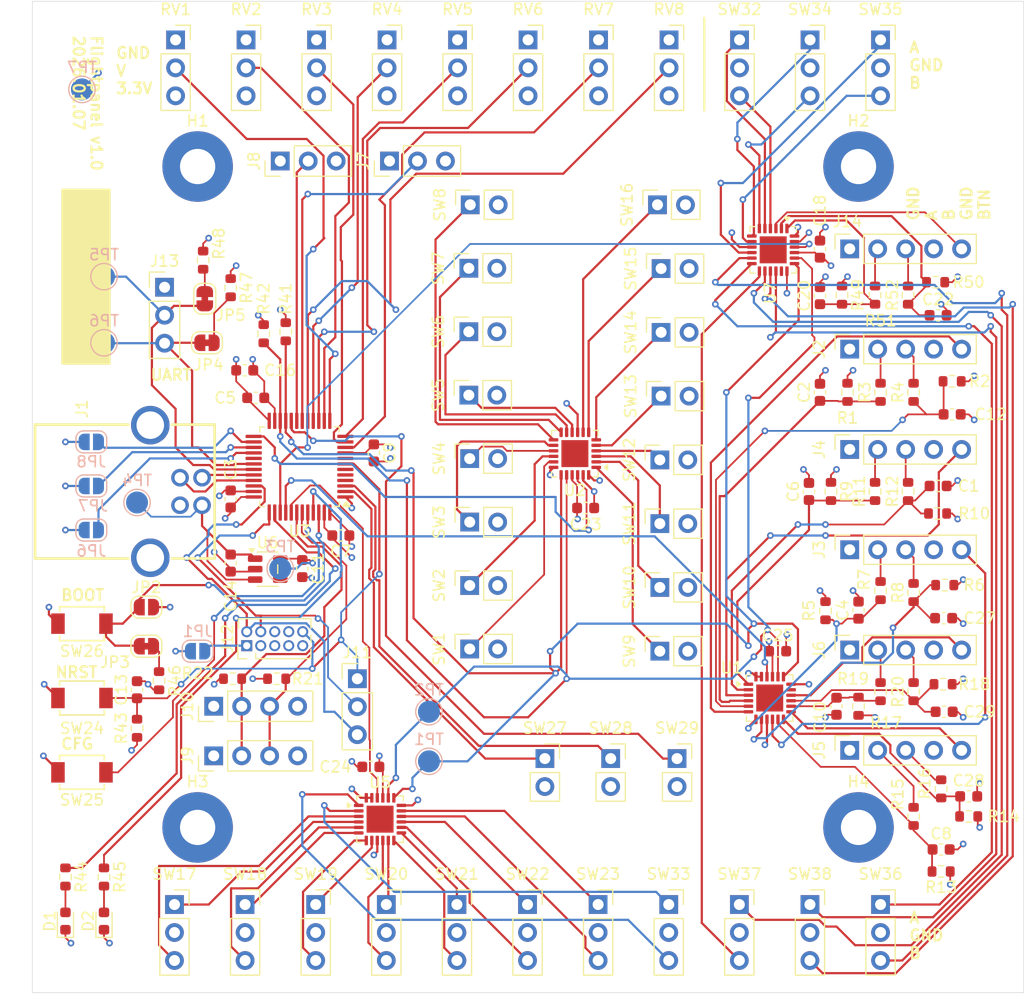
<source format=kicad_pcb>
(kicad_pcb (version 20241229) (generator "pcbnew") (generator_version "9.0")
  (layers (0 "F.Cu" signal) (4 "In1.Cu" signal) (6 "In2.Cu" signal) (2 "B.Cu" signal) (13 "F.Paste" user) (15 "B.Paste" user) (5 "F.SilkS" user "F.Silkscreen") (7 "B.SilkS" user "B.Silkscreen") (1 "F.Mask" user) (3 "B.Mask" user) (25 "Edge.Cuts" user))
  (net 0 "")
  (net 6 "/encoders/Encoder/B")
  (net 7 "GND")
  (net 8 "/encoders/Encoder1/A")
  (net 9 "/encoders/Encoder2/A")
  (net 10 "/encoders/Encoder/A")
  (net 11 "/encoders/Encoder3/A")
  (net 12 "/encoders/Encoder4/A")
  (net 13 "/encoders/Encoder1/B")
  (net 14 "+3.3V")
  (net 15 "/encoders/Encoder2/B")
  (net 16 "/encoders/Encoder3/B")
  (net 17 "/encoders/Encoder4/B")
  (net 18 "Net-(J2-Pin_3)")
  (net 19 "Net-(J2-Pin_2)")
  (net 20 "/encoders/Encoder1/Push")
  (net 21 "Net-(J3-Pin_2)")
  (net 22 "Net-(J3-Pin_3)")
  (net 23 "/encoders/Encoder2/Push")
  (net 24 "Net-(J4-Pin_3)")
  (net 25 "Net-(J4-Pin_2)")
  (net 26 "/encoders/Encoder/Push")
  (net 27 "Net-(J5-Pin_2)")
  (net 28 "Net-(J5-Pin_3)")
  (net 29 "/encoders/Encoder3/Push")
  (net 30 "/encoders/Encoder4/Push")
  (net 31 "Net-(J6-Pin_3)")
  (net 32 "Net-(J6-Pin_2)")
  (net 33 "Net-(U2-P17)")
  (net 34 "Net-(U2-P16)")
  (net 35 "Net-(U2-P14)")
  (net 36 "Net-(U2-P15)")
  (net 37 "Net-(U2-P10)")
  (net 38 "Net-(U2-P11)")
  (net 39 "Net-(U2-P12)")
  (net 40 "Net-(U2-P13)")
  (net 41 "Net-(U2-P00)")
  (net 42 "Net-(U2-P01)")
  (net 43 "Net-(U2-P02)")
  (net 44 "Net-(U2-P03)")
  (net 45 "Net-(U2-P04)")
  (net 46 "Net-(U2-P05)")
  (net 47 "Net-(U2-P06)")
  (net 48 "Net-(U2-P07)")
  (net 49 "Net-(SW17-A)")
  (net 50 "Net-(SW17-C)")
  (net 51 "Net-(SW18-A)")
  (net 52 "Net-(SW18-C)")
  (net 53 "Net-(SW19-C)")
  (net 54 "Net-(SW19-A)")
  (net 55 "Net-(SW20-A)")
  (net 56 "Net-(SW20-C)")
  (net 57 "Net-(SW21-A)")
  (net 58 "Net-(SW21-C)")
  (net 59 "Net-(SW22-A)")
  (net 60 "Net-(SW22-C)")
  (net 61 "Net-(SW23-A)")
  (net 62 "Net-(SW23-C)")
  (net 63 "Net-(SW33-A)")
  (net 64 "Net-(SW33-C)")
  (net 65 "SDA")
  (net 68 "SCL")
  (net 71 "+5V")
  (net 72 "Net-(D1-A)")
  (net 73 "Net-(D2-A)")
  (net 74 "USB_DP")
  (net 75 "USB_DM")
  (net 76 "Net-(J12-VTref)")
  (net 78 "SWCLK")
  (net 79 "NRST")
  (net 81 "SWDIO")
  (net 83 "Net-(J13-Pin_3)")
  (net 84 "Net-(J13-Pin_2)")
  (net 85 "Net-(JP2-A)")
  (net 86 "Net-(JP3-A)")
  (net 87 "Net-(JP4-B)")
  (net 88 "Net-(JP5-B)")
  (net 89 "Net-(U3-PA15)")
  (net 90 "BTNA")
  (net 91 "BTNB")
  (net 92 "BTNC")
  (net 93 "Net-(U3-PA3)")
  (net 94 "Net-(U3-PA4)")
  (net 95 "Net-(U3-PA1)")
  (net 96 "Net-(U3-PA6)")
  (net 97 "Net-(U3-PA2)")
  (net 98 "Net-(U3-PA5)")
  (net 99 "Net-(U3-PA0)")
  (net 100 "Net-(U3-PA7)")
  (net 101 "CFG_BTN")
  (net 102 "INT1")
  (net 103 "INT3")
  (net 104 "INT0")
  (net 105 "INT2")
  (net 106 "Net-(JP6-B)")
  (net 107 "Net-(JP7-B)")
  (net 108 "Net-(JP8-B)")
  (net 109 "/EncodersAndButtons/Encoder/A")
  (net 110 "/EncodersAndButtons/Encoder/B")
  (net 111 "Net-(J14-Pin_3)")
  (net 112 "/EncodersAndButtons/Encoder/Push")
  (net 113 "Net-(J14-Pin_2)")
  (net 114 "Net-(SW32-A)")
  (net 115 "Net-(SW32-C)")
  (net 116 "Net-(SW34-A)")
  (net 117 "Net-(SW34-C)")
  (net 118 "Net-(SW35-A)")
  (net 119 "Net-(SW35-C)")
  (net 120 "Net-(SW36-A)")
  (net 121 "Net-(SW36-C)")
  (net 122 "Net-(SW37-A)")
  (net 123 "Net-(SW37-C)")
  (net 124 "Net-(SW38-C)")
  (net 125 "Net-(SW38-A)")
  (net 128 "HALL0")
  (net 129 "HALL1")
  (net 130 "ALT_SDA")
  (net 131 "ALT_SCL")
  (net 132 "Net-(U3-PB8)")
  (footprint "Resistor_SMD:R_0603_1608Metric" (layer "F.Cu") (at 107.175 96.5)
    (property "Reference" "R21")
    (property "Value" "3k")
  )
  (footprint "Connector_PinHeader_2.54mm:PinHeader_1x03_P2.54mm_Vertical" (layer "F.Cu") (at 114.5 96.5)
    (property "Reference" "J11")
    (property "Value" "Conn_01x03_Pin")
  )
  (footprint "Package_DFN_QFN:WQFN-24-1EP_4x4mm_P0.5mm_EP2.45x2.45mm" (layer "F.Cu") (at 151.9375 98.25)
    (property "Reference" "U1")
    (property "Value" "TCA9555RTWR")
  )
  (footprint "Connector_PinSocket_2.54mm:PinSocket_1x03_P2.54mm_Vertical" (layer "F.Cu") (at 155.6 38.5)
    (property "Reference" "SW34")
    (property "Value" "SW_SPDT")
  )
  (footprint "Capacitor_SMD:C_0603_1608Metric" (layer "F.Cu") (at 156.5 61.725 90)
    (property "Reference" "C20")
    (property "Value" "0.01uF")
  )
  (footprint "Resistor_SMD:R_0603_1608Metric" (layer "F.Cu") (at 167 60.5 180)
    (property "Reference" "R50")
    (property "Value" "10k")
  )
  (footprint "MountingHole:MountingHole_3.2mm_M3_Pad" (layer "F.Cu") (at 160 110)
    (property "Reference" "H4")
    (property "Value" "MountingHole_Pad")
  )
  (footprint "Resistor_SMD:R_0603_1608Metric" (layer "F.Cu") (at 106 65.18 -90)
    (property "Reference" "R42")
    (property "Value" "3k")
  )
  (footprint "Resistor_SMD:R_0603_1608Metric" (layer "F.Cu") (at 167.5 114 180)
    (property "Reference" "R13")
    (property "Value" "10k")
  )
  (footprint "Connector_PinSocket_2.54mm:PinSocket_1x02_P2.54mm_Vertical" (layer "F.Cu") (at 142.08 65.053571 90)
    (property "Reference" "SW14")
    (property "Value" "SW_Push")
  )
  (footprint "Connector_PinSocket_2.54mm:PinSocket_1x05_P2.54mm_Vertical" (layer "F.Cu") (at 159.2 93.895 90)
    (property "Reference" "J6")
    (property "Value" "Conn_01x05")
  )
  (footprint "Connector_PinSocket_2.54mm:PinSocket_1x03_P2.54mm_Vertical" (layer "F.Cu") (at 142.77 117)
    (property "Reference" "SW33")
    (property "Value" "SW_SPDT")
  )
  (footprint "Jumper:SolderJumper-2_P1.3mm_Bridged_RoundedPad1.0x1.5mm" (layer "F.Cu") (at 100.65 62 90)
    (property "Reference" "JP5")
    (property "Value" "SolderJumper_2_Bridged")
  )
  (footprint "LED_SMD:LED_0603_1608Metric" (layer "F.Cu") (at 91.5 118.5 90)
    (property "Reference" "D2")
    (property "Value" "LED")
  )
  (footprint "Connector_PinSocket_2.54mm:PinSocket_1x02_P2.54mm_Vertical" (layer "F.Cu") (at 141.96 88.210714 90)
    (property "Reference" "SW10")
    (property "Value" "SW_Push")
  )
  (footprint "Connector_PinSocket_2.54mm:PinSocket_1x03_P2.54mm_Vertical" (layer "F.Cu") (at 98 38.5)
    (property "Reference" "RV1")
    (property "Value" "10k")
  )
  (footprint "Resistor_SMD:R_0603_1608Metric" (layer "F.Cu") (at 165 70.5 90)
    (property "Reference" "R4")
    (property "Value" "10k")
  )
  (footprint "Connector_PinSocket_2.54mm:PinSocket_1x03_P2.54mm_Vertical" (layer "F.Cu") (at 149.18 117)
    (property "Reference" "SW37")
    (property "Value" "SW_SPDT")
  )
  (footprint "Connector_PinSocket_2.54mm:PinSocket_1x03_P2.54mm_Vertical" (layer "F.Cu") (at 162 38.5)
    (property "Reference" "SW35")
    (property "Value" "SW_SPDT")
  )
  (footprint "Resistor_SMD:R_0603_1608Metric" (layer "F.Cu") (at 165 88.675 90)
    (property "Reference" "R8")
    (property "Value" "10k")
  )
  (footprint "Resistor_SMD:R_0603_1608Metric" (layer "F.Cu") (at 160 99 90)
    (property "Reference" "R17")
    (property "Value" "10k")
  )
  (footprint "Resistor_SMD:R_0603_1608Metric" (layer "F.Cu") (at 103.175 96.5)
    (property "Reference" "R22")
    (property "Value" "3k")
  )
  (footprint "Capacitor_SMD:C_0603_1608Metric" (layer "F.Cu") (at 168.5 72.5)
    (property "Reference" "C12")
    (property "Value" "0.01uF")
  )
  (footprint "Resistor_SMD:R_0603_1608Metric" (layer "F.Cu") (at 167.175 81.5 180)
    (property "Reference" "R10")
    (property "Value" "10k")
  )
  (footprint "Connector_PinSocket_2.54mm:PinSocket_1x02_P2.54mm_Vertical" (layer "F.Cu") (at 124.7 88.039286 90)
    (property "Reference" "SW2")
    (property "Value" "SW_Push")
  )
  (footprint "Resistor_SMD:R_0603_1608Metric" (layer "F.Cu") (at 164.5 79.5 90)
    (property "Reference" "R12")
    (property "Value" "10k")
  )
  (footprint "Connector_PinSocket_2.54mm:PinSocket_1x03_P2.54mm_Vertical" (layer "F.Cu") (at 110.8 38.5)
    (property "Reference" "RV3")
    (property "Value" "10k")
  )
  (footprint "Connector_PinSocket_2.54mm:PinSocket_1x02_P2.54mm_Vertical" (layer "F.Cu") (at 142.08 59.264286 90)
    (property "Reference" "SW15")
    (property "Value" "SW_Push")
  )
  (footprint "MountingHole:MountingHole_3.2mm_M3_Pad" (layer "F.Cu") (at 100 110)
    (property "Reference" "H3")
    (property "Value" "MountingHole_Pad")
  )
  (footprint "Connector_PinHeader_2.54mm:PinHeader_1x03_P2.54mm_Vertical" (layer "F.Cu") (at 107.5 49.5 90)
    (property "Reference" "J8")
    (property "Value" "Conn_01x03_Pin")
  )
  (footprint "Connector_PinSocket_2.54mm:PinSocket_1x02_P2.54mm_Vertical" (layer "F.Cu") (at 124.7 76.517857 90)
    (property "Reference" "SW4")
    (property "Value" "SW_Push")
  )
  (footprint "MountingHole:MountingHole_3.2mm_M3_Pad" (layer "F.Cu") (at 100 50)
    (property "Reference" "H1")
    (property "Value" "MountingHole_Pad")
  )
  (footprint "Connector_PinSocket_2.54mm:PinSocket_1x03_P2.54mm_Vertical" (layer "F.Cu") (at 97.9 117)
    (property "Reference" "SW17")
    (property "Value" "SW_SPDT")
  )
  (footprint "Connector_PinSocket_2.54mm:PinSocket_1x05_P2.54mm_Vertical" (layer "F.Cu") (at 159.2 84.79 90)
    (property "Reference" "J3")
    (property "Value" "Conn_01x05")
  )
  (footprint "Connector_PinSocket_2.54mm:PinSocket_1x03_P2.54mm_Vertical" (layer "F.Cu") (at 117.2 38.5)
    (property "Reference" "RV4")
    (property "Value" "10k")
  )
  (footprint "Package_DFN_QFN:WQFN-24-1EP_4x4mm_P0.5mm_EP2.45x2.45mm" (layer "F.Cu") (at 152.25 57.5625 -90)
    (property "Reference" "U7")
    (property "Value" "TCA9555RTWR")
  )
  (footprint "Capacitor_SMD:C_0603_1608Metric" (layer "F.Cu") (at 160 90.275 90)
    (property "Reference" "C4")
    (property "Value" "0.01uF")
  )
  (footprint "Capacitor_SMD:C_0603_1608Metric" (layer "F.Cu") (at 158 99 -90)
    (property "Reference" "C10")
    (property "Value" "0.01uF")
  )
  (footprint "Connector_PinSocket_2.54mm:PinSocket_1x03_P2.54mm_Vertical" (layer "F.Cu") (at 117.13 117)
    (property "Reference" "SW20")
    (property "Value" "SW_SPDT")
  )
  (footprint "Capacitor_SMD:C_0603_1608Metric" (layer "F.Cu") (at 170 107.18)
    (property "Reference" "C28")
    (property "Value" "0.01uF")
  )
  (footprint "Connector_PinSocket_2.54mm:PinSocket_1x03_P2.54mm_Vertical" (layer "F.Cu") (at 155.59 117)
    (property "Reference" "SW38")
    (property "Value" "SW_SPDT")
  )
  (footprint "Resistor_SMD:R_0603_1608Metric" (layer "F.Cu") (at 167.5 106.5 90)
    (property "Reference" "R16")
    (property "Value" "10k")
  )
  (footprint "Connector_PinHeader_1.27mm:PinHeader_2x05_P1.27mm_Vertical" (layer "F.Cu") (at 104.46 93.5 90)
    (property "Reference" "J12")
    (property "Value" "Conn_ARM_JTAG_SWD_10")
  )
  (footprint "Connector_PinSocket_2.54mm:PinSocket_1x02_P2.54mm_Vertical" (layer "F.Cu") (at 141.96 76.632143 90)
    (property "Reference" "SW12")
    (property "Value" "SW_Push")
  )
  (footprint "Capacitor_SMD:C_0603_1608Metric" (layer "F.Cu") (at 113 83.5 180)
    (property "Reference" "C7")
    (property "Value" "0.1uF")
  )
  (footprint "Resistor_SMD:R_0603_1608Metric" (layer "F.Cu") (at 168.5 69.5 180)
    (property "Reference" "R2")
    (property "Value" "10k")
  )
  (footprint "Capacitor_SMD:C_0603_1608Metric" (layer "F.Cu") (at 156.5 70.5 90)
    (property "Reference" "C2")
    (property "Value" "0.01uF")
  )
  (footprint "Connector_PinSocket_2.54mm:PinSocket_1x03_P2.54mm_Vertical" (layer "F.Cu") (at 104.31 117)
    (property "Reference" "SW18")
    (property "Value" "SW_SPDT")
  )
  (footprint "Connector_PinSocket_2.54mm:PinSocket_1x03_P2.54mm_Vertical" (layer "F.Cu") (at 149.2 38.5)
    (property "Reference" "SW32")
    (property "Value" "SW_SPDT")
  )
  (footprint "Resistor_SMD:R_0603_1608Metric" (layer "F.Cu") (at 158.5 61.675 -90)
    (property "Reference" "R49")
    (property "Value" "10k")
  )
  (footprint "Resistor_SMD:R_0603_1608Metric" (layer "F.Cu") (at 88 114.5 -90)
    (property "Reference" "R44")
    (property "Value" "1k")
  )
  (footprint "Resistor_SMD:R_0603_1608Metric" (layer "F.Cu") (at 157 90.325 -90)
    (property "Reference" "R5")
    (property "Value" "10k")
  )
  (footprint "Connector_PinSocket_2.54mm:PinSocket_1x02_P2.54mm_Vertical" (layer "F.Cu") (at 141.96 82.421429 90)
    (property "Reference" "SW11")
    (property "Value" "SW_Push")
  )
  (footprint "Connector_PinSocket_2.54mm:PinSocket_1x02_P2.54mm_Vertical" (layer "F.Cu") (at 124.62 59.235714 90)
    (property "Reference" "SW7")
    (property "Value" "SW_Push")
  )
  (footprint "Connector_PinSocket_2.54mm:PinSocket_1x03_P2.54mm_Vertical" (layer "F.Cu") (at 123.54 117)
    (property "Reference" "SW21")
    (property "Value" "SW_SPDT")
  )
  (footprint "Capacitor_SMD:C_0603_1608Metric" (layer "F.Cu") (at 152.655 94)
    (property "Reference" "C25")
    (property "Value" "0.1uF")
  )
  (footprint "Connector_PinSocket_2.54mm:PinSocket_1x02_P2.54mm_Vertical" (layer "F.Cu") (at 124.62 70.757143 90)
    (property "Reference" "SW5")
    (property "Value" "SW_Push")
  )
  (footprint "Resistor_SMD:R_0603_1608Metric" (layer "F.Cu") (at 100.5 58.5 -90)
    (property "Reference" "R48")
    (property "Value" "100k")
  )
  (footprint "Capacitor_SMD:C_0603_1608Metric" (layer "F.Cu") (at 167.775 99.5)
    (property "Reference" "C29")
    (property "Value" "0.01uF")
  )
  (footprint "Connector_PinHeader_2.54mm:PinHeader_1x03_P2.54mm_Vertical" (layer "F.Cu") (at 97 60.96)
    (property "Reference" "J13")
    (property "Value" "Conn_01x03_Pin")
  )
  (footprint "Capacitor_SMD:C_0603_1608Metric" (layer "F.Cu") (at 167.225 63.5)
    (property "Reference" "C22")
    (property "Value" "0.01uF")
  )
  (footprint "Connector_PinSocket_2.54mm:PinSocket_1x05_P2.54mm_Vertical" (layer "F.Cu") (at 159.2 66.58 90)
    (property "Reference" "J2")
    (property "Value" "Conn_01x05")
  )
  (footprint "Jumper:SolderJumper-2_P1.3mm_Bridged_RoundedPad1.0x1.5mm" (layer "F.Cu") (at 95.35 93.55 180)
    (property "Reference" "JP3")
    (property "Value" "SolderJumper_2_Bridged")
  )
  (footprint "LED_SMD:LED_0603_1608Metric" (layer "F.Cu") (at 88 118.5 90)
    (property "Reference" "D1")
    (property "Value" "LED")
  )
  (footprint "Resistor_SMD:R_0603_1608Metric" (layer "F.Cu") (at 162 70.5 90)
    (property "Reference" "R3")
    (property "Value" "10k")
  )
  (footprint "Connector_PinSocket_2.54mm:PinSocket_1x03_P2.54mm_Vertical" (layer "F.Cu") (at 104.4 38.5)
    (property "Reference" "RV2")
    (property "Value" "10k")
  )
  (footprint "Resistor_SMD:R_0603_1608Metric" (layer "F.Cu") (at 161.5 79.5 90)
    (property "Reference" "R11")
    (property "Value" "10k")
  )
  (footprint "MountingHole:MountingHole_3.2mm_M3_Pad" (layer "F.Cu") (at 160 50)
    (property "Reference" "H2")
    (property "Value" "MountingHole_Pad")
  )
  (footprint "Resistor_SMD:R_0603_1608Metric" (layer "F.Cu") (at 165 109 90)
    (property "Reference" "R15")
    (property "Value" "10k")
  )
  (footprint "EasyEDA:SW-SMD_L3.9-W3.0-P4.45" (layer "F.Cu") (at 89.5 105 180)
    (property "Reference" "SW25")
    (property "Value" "CFG")
  )
  (footprint "Connector_PinSocket_2.54mm:PinSocket_1x02_P2.54mm_Vertical" (layer "F.Cu") (at 141.96 94 90)
    (property "Reference" "SW9")
    (property "Value" "SW_Push")
  )
  (footprint "Resistor_SMD:R_0603_1608Metric" (layer "F.Cu") (at 159 70.5 -90)
    (property "Reference" "R1")
    (property "Value" "10k")
  )
  (footprint "Package_QFP:LQFP-48_7x7mm_P0.5mm" (layer "F.Cu") (at 109.25 77.25 180)
    (property "Reference" "U3")
    (property "Value" "STM32F072CBTx")
  )
  (footprint "Connector_PinSocket_2.54mm:PinSocket_1x02_P2.54mm_Vertical" (layer "F.Cu") (at 143.525 103.75)
    (property "Reference" "SW29")
    (property "Value" "SW_Push")
  )
  (footprint "Resistor_SMD:R_0603_1608Metric" (layer "F.Cu") (at 167.675 97 180)
    (property "Reference" "R18")
    (property "Value" "10k")
  )
  (footprint "Resistor_SMD:R_0603_1608Metric" (layer "F.Cu") (at 170 109 180)
    (property "Reference" "R14")
    (property "Value" "10k")
  )
  (footprint "Connector_PinSocket_2.54mm:PinSocket_1x03_P2.54mm_Vertical" (layer "F.Cu") (at 136.4 38.5)
    (property "Reference" "RV7")
    (property "Value" "10k")
  )
  (footprint "Connector_PinSocket_2.54mm:PinSocket_1x03_P2.54mm_Vertical" (layer "F.Cu") (at 110.72 117)
    (property "Reference" "SW19")
    (property "Value" "SW_SPDT")
  )
  (footprint "Capacitor_SMD:C_0603_1608Metric" (layer "F.Cu") (at 116 76 -90)
    (property "Reference" "C9")
    (property "Value" "4.7uF")
  )
  (footprint "Resistor_SMD:R_0603_1608Metric" (layer "F.Cu") (at 91.5 114.5 -90)
    (property "Reference" "R45")
    (property "Value" "1k")
  )
  (footprint "Capacitor_SMD:C_0603_1608Metric" (layer "F.Cu") (at 103 80.18 90)
    (property "Reference" "C3")
    (property "Value" "0.1uF")
  )
  (footprint "Connector_PinSocket_2.54mm:PinSocket_1x03_P2.54mm_Vertical" (layer "F.Cu") (at 162 117)
    (property "Reference" "SW36")
    (property "Value" "SW_SPDT")
  )
  (footprint "Capacitor_SMD:C_0603_1608Metric" (layer "F.Cu") (at 167.725 91)
    (property "Reference" "C27")
    (property "Value" "0.01uF")
  )
  (footprint "Capacitor_SMD:C_0603_1608Metric" (layer "F.Cu") (at 156.5 57.5 90)
    (property "Reference" "C18")
    (property "Value" "0.1uF")
  )
  (footprint "Resistor_SMD:R_0603_1608Metric" (layer "F.Cu") (at 162 97.675 90)
    (property "Reference" "R19")
    (property "Value" "10k")
  )
  (footprint "Resistor_SMD:R_0603_1608Metric" (layer "F.Cu") (at 108 65 -90)
    (property "Reference" "R41")
    (property "Value" "3k")
  )
  (footprint "Connector_PinHeader_2.54mm:PinHeader_1x04_P2.54mm_Vertical" (layer "F.Cu") (at 101.46 103.5 90)
    (property "Reference" "J9")
    (property "Value" "Conn_01x04")
  )
  (footprint "Connector_PinHeader_2.54mm:PinHeader_1x03_P2.54mm_Vertical" (layer "F.Cu") (at 117.42 49.5 90)
    (property "Reference" "J7")
    (property "Value" "Conn_01x03_Pin")
  )
  (footprint "Connector_PinSocket_2.54mm:PinSocket_1x02_P2.54mm_Vertical" (layer "F.Cu") (at 124.75 53.475 90)
    (property "Reference" "SW8")
    (property "Value" "SW_Push")
  )
  (footprint "EasyEDA:SW-SMD_L3.9-W3.0-P4.45" (layer "F.Cu") (at 89.5 98.25 180)
    (property "Reference" "SW24")
    (property "Value" "NRST")
  )
  (footprint "Connector_PinSocket_2.54mm:PinSocket_1x02_P2.54mm_Vertical" (layer "F.Cu") (at 124.7 82.278571 90)
    (property "Reference" "SW3")
    (property "Value" "SW_Push")
  )
  (footprint "Capacitor_SMD:C_0603_1608Metric" (layer "F.Cu") (at 135.225 81)
    (property "Reference" "C23")
    (property "Value" "0.1uF")
  )
  (footprint "Connector_PinSocket_2.54mm:PinSocket_1x05_P2.54mm_Vertical" (layer "F.Cu") (at 159.2 103 90)
    (property "Reference" "J5")
    (property "Value" "Conn_01x05")
  )
  (footprint "Connector_PinSocket_2.54mm:PinSocket_1x02_P2.54mm_Vertical" (layer "F.Cu") (at 124.7 93.8 90)
    (property "Reference" "SW1")
    (property "Value" "SW_Push")
  )
  (footprint "Package_TO_SOT_SMD:SOT-23-5" (layer "F.Cu") (at 106.3625 86.55)
    (property "Reference" "U6")
    (property "Value" "TPS76333")
  )
  (footprint "Jumper:SolderJumper-2_P1.3mm_Open_RoundedPad1.0x1.5mm" (layer "F.Cu") (at 95.35 90)
    (property "Reference" "JP2")
    (property "Value" "SolderJumper_2_Open")
  )
  (footprint "Resistor_SMD:R_0603_1608Metric" (layer "F.Cu") (at 162 88.5 90)
    (property "Reference" "R7")
    (property "Value" "10k")
  )
  (footprint "Capacitor_SMD:C_0603_1608Metric" (layer "F.Cu") (at 167.225 79)
    (property "Reference" "C1")
    (property "Value" "0.01uF")
  )
  (footprint "Connector_PinSocket_2.54mm:PinSocket_1x02_P2.54mm_Vertical" (layer "F.Cu") (at 141.75 53.475 90)
    (property "Reference" "SW16")
    (property "Value" "SW_Push")
  )
  (footprint "Capacitor_SMD:C_0603_1608Metric" (layer "F.Cu") (at 115.725 104.5 180)
    (property "Reference" "C24")
    (property "Value" "0.1uF")
  )
  (footprint "Capacitor_SMD:C_0603_1608Metric" (layer "F.Cu") (at 167.5 112)
    (property "Reference" "C8")
    (property "Value" "0.01uF")
  )
  (footprint "Resistor_SMD:R_0603_1608Metric" (layer "F.Cu") (at 165 97.675 90)
    (property "Reference" "R20")
    (property "Value" "10k")
  )
  (footprint "Connector_PinSocket_2.54mm:PinSocket_1x05_P2.54mm_Vertical" (layer "F.Cu") (at 159.2 57.475 90)
    (property "Reference" "J14")
    (property "Value" "Conn_01x05")
  )
  (footprint "Resistor_SMD:R_0603_1608Metric" (layer "F.Cu") (at 164.5 61.675 90)
    (property "Reference" "R52")
    (property "Value" "10k")
  )
  (footprint "Package_DFN_QFN:WQFN-24-1EP_4x4mm_P0.5mm_EP2.45x2.45mm" (layer "F.Cu") (at 116.5625 109.25)
    (property "Reference" "U5")
    (property "Value" "TCA9555RTWR")
  )
  (footprint "Capacitor_SMD:C_0603_1608Metric" (layer "F.Cu") (at 105.275 71)
    (property "Reference" "C5")
    (property "Value" "0.1uF")
  )
  (footprint "Resistor_SMD:R_0603_1608Metric" (layer "F.Cu") (at 103 61 -90)
    (property "Reference" "R47")
    (property "Value" "100k")
  )
  (footprint "Connector_PinSocket_2.54mm:PinSocket_1x02_P2.54mm_Vertical" (layer "F.Cu") (at 137.5 103.75)
    (property "Reference" "SW28")
    (property "Value" "SW_Push")
  )
  (footprint "Resistor_SMD:R_0603_1608Metric" (layer "F.Cu") (at 161.5 61.675 90)
    (property "Reference" "R51")
    (property "Value" "10k")
  )
  (footprint "Connector_PinSocket_2.54mm:PinSocket_1x03_P2.54mm_Vertical" (layer "F.Cu") (at 136.36 117)
    (property "Reference" "SW23")
    (property "Value" "SW_SPDT")
  )
  (footprint "Resistor_SMD:R_0603_1608Metric" (layer "F.Cu") (at 167.825 88 180)
    (property "Reference" "R6")
    (property "Value" "10k")
  )
  (footprint "Connector_PinSocket_2.54mm:PinSocket_1x03_P2.54mm_Vertical" (layer "F.Cu") (at 123.6 38.5)
    (property "Reference" "RV5")
    (property "Value" "10k")
  )
  (footprint "Jumper:SolderJumper-2_P1.3mm_Bridged_RoundedPad1.0x1.5mm" (layer "F.Cu") (at 100.85 66)
    (property "Reference" "JP4")
    (property "Value" "SolderJumper_2_Bridged")
  )
  (footprint "Package_DFN_QFN:WQFN-24-1EP_4x4mm_P0.5mm_EP2.45x2.45mm" (layer "F.Cu") (at 134.25 76.0625 180)
    (property "Reference" "U2")
    (property "Value" "TCA9555RTWR")
  )
  (footprint "Capacitor_SMD:C_0603_1608Metric" (layer "F.Cu") (at 155.5 79.5 90)
    (property "Reference" "C6")
    (property "Value" "0.01uF")
  )
  (footprint "Connector_PinSocket_2.54mm:PinSocket_1x02_P2.54mm_Vertical" (layer "F.Cu") (at 124.62 64.996429 90)
    (property "Reference" "SW6")
    (property "Value" "SW_Push")
  )
  (footprint "Capacitor_SMD:C_0603_1608Metric" (layer "F.Cu") (at 94.5 97.5 90)
    (property "Reference" "C13")
    (property "Value" "0.1uF")
  )
  (footprint "Resistor_SMD:R_0603_1608Metric" (layer "F.Cu") (at 96.5 96.68 -90)
    (property "Reference" "R46")
    (property "Value" "10k")
  )
  (footprint "Resistor_SMD:R_0603_1608Metric" (layer "F.Cu") (at 157.5 79.5 -90)
    (property "Reference" "R9")
    (property "Value" "10k")
  )
  (footprint "Connector_PinSocket_2.54mm:PinSocket_1x03_P2.54mm_Vertical" (layer "F.Cu") (at 129.95 117)
    (property "Reference" "SW22")
    (property "Value" "SW_SPDT")
  )
  (footprint "Capacitor_SMD:C_0603_1608Metric" (layer "F.Cu") (at 104.275 68.5)
    (property "Reference" "C16")
    (property "Value" "4.7uF")
  )
  (footprint "Connector_PinSocket_2.54mm:PinSocket_1x02_P2.54mm_Vertical" (layer "F.Cu") (at 131.525 103.75)
    (property "Reference" "SW27")
    (property "Value" "SW_Push")
  )
  (footprint "Capacitor_SMD:C_0603_1608Metric" (layer "F.Cu") (at 103 86 -90)
    (property "Reference" "C14")
    (property "Value" "4.7uF")
  )
  (footprint "Connector_PinSocket_2.54mm:PinSocket_1x05_P2.54mm_Vertical" (layer "F.Cu") (at 159.2 75.685 90)
    (property "Reference" "J4")
    (property "Value" "Conn_01x05")
  )
  (footprint "EasyEDA:USB-B-TH_USB-B10-BRW" (layer "F.Cu") (at 98.0525 79.5 -90)
    (property "Reference" "J1")
    (property "Value" "USB_B")
  )
  (footprint "Connector_PinHeader_2.54mm:PinHeader_1x04_P2.54mm_Vertical" (layer "F.Cu") (at 101.46 99 90)
    (property "Reference" "J10")
    (property "Value" "Conn_01x04")
  )
  (footprint "Resistor_SMD:R_0603_1608Metric" (layer "F.Cu") (at 94.5 101 90)
    (property "Reference" "R43")
    (property "Value" "10k")
  )
  (footprint "Connector_PinSocket_2.54mm:PinSocket_1x03_P2.54mm_Vertical" (layer "F.Cu") (at 130 38.5)
    (property "Reference" "RV6")
    (property "Value" "10k")
  )
  (footprint "EasyEDA:SW-SMD_L3.9-W3.0-P4.45" (layer "F.Cu") (at 89.5 91.5 180)
    (property "Reference" "SW26")
    (property "Value" "BOOT")
  )
  (footprint "Capacitor_SMD:C_0603_1608Metric" (layer "F.Cu") (at 109.5 86.5 -90)
    (property "Reference" "C11")
    (property "Value" "4.7uF")
  )
  (footprint "Connector_PinSocket_2.54mm:PinSocket_1x03_P2.54mm_Vertical" (layer "F.Cu") (at 142.8 38.5)
    (property "Reference" "RV8")
    (property "Value" "10k")
  )
  (footprint "Connector_PinSocket_2.54mm:PinSocket_1x02_P2.54mm_Vertical" (layer "F.Cu") (at 142.08 70.842857 90)
    (property "Reference" "SW13")
    (property "Value" "SW_Push")
  )
  (footprint "TestPoint:TestPoint_Pad_D2.0mm" (layer "B.Cu") (at 89.5 43 180)
    (property "Reference" "TP7")
    (property "Value" "TestPoint")
  )
  (footprint "TestPoint:TestPoint_Pad_D2.0mm" (layer "B.Cu") (at 91.5 60 180)
    (property "Reference" "TP5")
    (property "Value" "TestPoint")
  )
  (footprint "Jumper:SolderJumper-2_P1.3mm_Open_RoundedPad1.0x1.5mm" (layer "B.Cu") (at 90.35 75)
    (property "Reference" "JP8")
    (property "Value" "SolderJumper_2_Open")
  )
  (footprint "TestPoint:TestPoint_Pad_D2.0mm" (layer "B.Cu") (at 94.5 80.5 180)
    (property "Reference" "TP4")
    (property "Value" "TestPoint")
  )
  (footprint "Jumper:SolderJumper-2_P1.3mm_Open_RoundedPad1.0x1.5mm" (layer "B.Cu") (at 100 94 180)
    (property "Reference" "JP1")
    (property "Value" "SolderJumper_2_Open")
  )
  (footprint "TestPoint:TestPoint_Pad_D2.0mm" (layer "B.Cu") (at 121 99.5 180)
    (property "Reference" "TP2")
    (property "Value" "TestPoint")
  )
  (footprint "TestPoint:TestPoint_Pad_D2.0mm" (layer "B.Cu") (at 107.5 86.5 180)
    (property "Reference" "TP3")
    (property "Value" "TestPoint")
  )
  (footprint "TestPoint:TestPoint_Pad_D2.0mm" (layer "B.Cu") (at 91.5 66 180)
    (property "Reference" "TP6")
    (property "Value" "TestPoint")
  )
  (footprint "TestPoint:TestPoint_Pad_D2.0mm" (layer "B.Cu") (at 121 104 180)
    (property "Reference" "TP1")
    (property "Value" "TestPoint")
  )
  (footprint "Jumper:SolderJumper-2_P1.3mm_Open_RoundedPad1.0x1.5mm" (layer "B.Cu") (at 90.35 79)
    (property "Reference" "JP7")
    (property "Value" "SolderJumper_2_Open")
  )
  (footprint "Jumper:SolderJumper-2_P1.3mm_Open_RoundedPad1.0x1.5mm" (layer "B.Cu") (at 90.35 83)
    (property "Reference" "JP6")
    (property "Value" "SolderJumper_2_Open")
  )
  (gr_line (start 146 44.91) (end 146 36.5) (stroke (width 0.2)) (layer "F.SilkS"))
  (gr_line (start 175 35) (end 85 35) (stroke (width 0.05)) (layer "Edge.Cuts"))
  (gr_line (start 85 125) (end 175 125) (stroke (width 0.05)) (layer "Edge.Cuts"))
  (gr_line (start 85 35) (end 85 125) (stroke (width 0.05)) (layer "Edge.Cuts"))
  (gr_line (start 175 125) (end 175 35) (stroke (width 0.05)) (layer "Edge.Cuts"))
  (gr_text "Flightpanel v1.0\n2026.01.07" (at 88.615625 38 270) (layer "F.SilkS") (effects (font (size 1 1) (thickness 0.2) (bold yes)) (justify left bottom)))
  (gr_text "A\nGND\nB" (at 164.5 122 0) (layer "F.SilkS") (effects (font (size 1 1) (thickness 0.2) (bold yes)) (justify left bottom)))
  (gr_text "CFG" (at 87.5 103 0) (layer "F.SilkS") (effects (font (size 1 1) (thickness 0.2) (bold yes)) (justify left bottom)))
  (gr_text "GND\nA\nB\nGND\nBTN" (at 172 55 90) (layer "F.SilkS") (effects (font (size 1 1) (thickness 0.2) (bold yes)) (justify left bottom)))
  (gr_text "GND\nV\n3.3V" (at 92.5 43.5 0) (layer "F.SilkS") (effects (font (size 1 1) (thickness 0.2) (bold yes)) (justify left bottom)))
  (gr_text "NRST" (at 87 96.5 0) (layer "F.SilkS") (effects (font (size 1 1) (thickness 0.2) (bold yes)) (justify left bottom)))
  (gr_text "BOOT" (at 87.5 89.5 0) (layer "F.SilkS") (effects (font (size 1 1) (thickness 0.2) (bold yes)) (justify left bottom)))
  (gr_text "UART" (at 95.62 69.5 0) (layer "F.SilkS") (effects (font (size 1 1) (thickness 0.2) (bold yes)) (justify left bottom)))
  (gr_text "A\nGND\nB" (at 164.5 43 0) (layer "F.SilkS") (effects (font (size 1 1) (thickness 0.2) (bold yes)) (justify left bottom)))
  (segment (start 148.5 97) (end 148.5 88.5) (width 0.2) (layer "F.Cu") (net 6))
  (segment (start 164.5 80.325) (end 162.325 82.5) (width 0.16) (layer "F.Cu") (net 6))
  (segment (start 162.325 82.5) (end 157 82.5) (width 0.16) (layer "F.Cu") (net 6))
  (segment (start 166.35 81.5) (end 165.675 81.5) (width 0.16) (layer "F.Cu") (net 6))
  (segment (start 164.5 80.325) (end 165.125 80.325) (width 0.16) (layer "F.Cu") (net 6))
  (segment (start 149 97.5) (end 148.5 97) (width 0.2) (layer "F.Cu") (net 6))
  (segment (start 165.125 80.325) (end 166.45 79) (width 0.16) (layer "F.Cu") (net 6))
  (segment (start 165.675 81.5) (end 164.5 80.325) (width 0.16) (layer "F.Cu") (net 6))
  (segment (start 150 97.5) (end 149 97.5) (width 0.2) (layer "F.Cu") (net 6))
  (segment (start 148.5 88.5) (end 154.5 82.5) (width 0.2) (layer "F.Cu") (net 6))
  (via (at 157 82.5) (size 0.6) (drill 0.3) (layers "F.Cu" "B.Cu") (net 6))
  (via (at 154.5 82.5) (size 0.6) (drill 0.3) (layers "F.Cu" "B.Cu") (net 6))
  (segment (start 157 82.5) (end 154.5 82.5) (width 0.2) (layer "B.Cu") (net 6))
  (segment (start 134.5 72.5) (end 133.5 71.5) (width 0.2) (layer "F.Cu") (net 7))
  (segment (start 153.875 97) (end 155.5 97) (width 0.2) (layer "F.Cu") (net 7))
  (segment (start 87.32 104.82) (end 86 103.5) (width 0.2) (layer "F.Cu") (net 7))
  (segment (start 107 71.95) (end 107 73.0875) (width 0.16) (layer "F.Cu") (net 7))
  (segment (start 154.1875 56.3125) (end 154.5 56) (width 0.2) (layer "F.Cu") (net 7))
  (segment (start 95.225 96.725) (end 94.5 96.725) (width 0.16) (layer "F.Cu") (net 7))
  (segment (start 169 112) (end 169.5 111.5) (width 0.16) (layer "F.Cu") (net 7))
  (segment (start 168.5 91) (end 169 91) (width 0.16) (layer "F.Cu") (net 7))
  (segment (start 91.5 120) (end 92 120.5) (width 0.16) (layer "F.Cu") (net 7))
  (segment (start 169 91) (end 169.5 91.5) (width 0.16) (layer "F.Cu") (net 7))
  (segment (start 168 63.5) (end 168 63) (width 0.16) (layer "F.Cu") (net 7))
  (segment (start 91.5 119.2875) (end 91.5 120) (width 0.16) (layer "F.Cu") (net 7))
  (segment (start 103.095 79.5) (end 103 79.405) (width 0.16) (layer "F.Cu") (net 7))
  (segment (start 105.05 68.5) (end 105.05 67.55) (width 0.16) (layer "F.Cu") (net 7))
  (segment (start 153.5 59.5) (end 153.5 61) (width 0.16) (layer "F.Cu") (net 7))
  (segment (start 170 72.5) (end 170.5 73) (width 0.16) (layer "F.Cu") (net 7))
  (segment (start 170.775 107.18) (end 170.775 106.225) (width 0.16) (layer "F.Cu") (net 7))
  (segment (start 105.05 67.55) (end 105 67.5) (width 0.16) (layer "F.Cu") (net 7))
  (segment (start 135 78) (end 135 78.5) (width 0.2) (layer "F.Cu") (net 7))
  (segment (start 114.5 104.5) (end 114 104) (width 0.16) (layer "F.Cu") (net 7))
  (segment (start 156.5 69.725) (end 156.5 69) (width 0.16) (layer "F.Cu") (net 7))
  (segment (start 169.275 72.5) (end 170 72.5) (width 0.16) (layer "F.Cu") (net 7))
  (segment (start 132 77.625) (end 132 78) (width 0.2) (layer "F.Cu") (net 7))
  (segment (start 134.5 74.125) (end 134.5 72.5) (width 0.2) (layer "F.Cu") (net 7))
  (segment (start 154.5 56) (end 154.5 55.5) (width 0.2) (layer "F.Cu") (net 7))
  (segment (start 151.6875 102.3125) (end 151.5 102.5) (width 0.2) (layer "F.Cu") (net 7))
  (segment (start 168 79) (end 168.5 79) (width 0.16) (layer "F.Cu") (net 7))
  (segment (start 116 76.775) (end 117.225 76.775) (width 0.16) (layer "F.Cu") (net 7))
  (segment (start 117.225 76.775) (end 117.5 76.5) (width 0.16) (layer "F.Cu") (net 7))
  (segment (start 148.5 56.001) (end 148.5 56.625) (width 0.2) (layer "F.Cu") (net 7))
  (segment (start 103 86.775) (end 105 86.775) (width 0.16) (layer "F.Cu") (net 7))
  (segment (start 168.5 79) (end 169 78.5) (width 0.16) (layer "F.Cu") (net 7))
  (segment (start 106.05 71) (end 107 71.95) (width 0.16) (layer "F.Cu") (net 7))
  (segment (start 132.3125 77.3125) (end 132 77.625) (width 0.2) (layer "F.Cu") (net 7))
  (segment (start 88 119.2875) (end 88 120) (width 0.16) (layer "F.Cu") (net 7))
  (segment (start 114.95 104.5) (end 114.5 104.5) (width 0.16) (layer "F.Cu") (net 7))
  (segment (start 113.4125 76.5) (end 115.725 76.5) (width 0.16) (layer "F.Cu") (net 7))
  (segment (start 153.43 94) (end 153.43 92.57) (width 0.16) (layer "F.Cu") (net 7))
  (segment (start 96.005 97.505) (end 95.5 97) (width 0.16) (layer "F.Cu") (net 7))
  (segment (start 105.0875 79.5) (end 103.095 79.5) (width 0.16) (layer "F.Cu") (net 7))
  (segment (start 106.05 69.5) (end 105.05 68.5) (width 0.16) (layer "F.Cu") (net 7))
  (segment (start 136 81) (end 136 79.5) (width 0.16) (layer "F.Cu") (net 7))
  (segment (start 112.225 83.5) (end 112.225 83.725) (width 0.16) (layer "F.Cu") (net 7))
  (segment (start 115.3125 107.3125) (end 114.8125 107.3125) (width 0.2) (layer "F.Cu") (net 7))
  (segment (start 155.5 78) (end 155 77.5) (width 0.16) (layer "F.Cu") (net 7))
  (segment (start 116.3125 111.1875) (end 116.3125 112.1875) (width 0.2) (layer "F.Cu") (net 7))
  (segment (start 168 63) (end 167.5 62.5) (width 0.16) (layer "F.Cu") (net 7))
  (segment (start 160 89) (end 159.5 88.5) (width 0.16) (layer "F.Cu") (net 7))
  (segment (start 168.55 99.5) (end 169 99.5) (width 0.16) (layer "F.Cu") (net 7))
  (segment (start 119.5 108) (end 120 107.5) (width 0.2) (layer "F.Cu") (net 7))
  (segment (start 111.5 82.775) (end 112.225 83.5) (width 0.16) (layer "F.Cu") (net 7))
  (segment (start 169 99.5) (end 169.5 100) (width 0.16) (layer "F.Cu") (net 7))
  (segment (start 88 120) (end 88.5 120.5) (width 0.16) (layer "F.Cu") (net 7))
  (segment (start 149.1875 57.3125) (end 150.3125 57.3125) (width 0.2) (layer "F.Cu") (net 7))
  (segment (start 148.5 56.625) (end 149.1875 57.3125) (width 0.2) (layer "F.Cu") (net 7))
  (segment (start 153.43 92.57) (end 153.5 92.5) (width 0.16) (layer "F.Cu") (net 7))
  (segment (start 157.225 99.775) (end 157 100) (width 0.16) (layer "F.Cu") (net 7))
  (segment (start 156.5 60.5) (end 157 60) (width 0.16) (layer "F.Cu") (net 7))
  (segment (start 170.775 106.225) (end 171 106) (width 0.16) (layer "F.Cu") (net 7))
  (segment (start 155.5 78.725) (end 155.5 78) (width 0.16) (layer "F.Cu") (net 7))
  (segment (start 118.5 108) (end 119.5 108) (width 0.2) (layer "F.Cu") (net 7))
  (segment (start 105 86.775) (end 105.225 86.55) (width 0.16) (layer "F.Cu") (net 7))
  (segment (start 114.8125 107.3125) (end 114 106.5) (width 0.2) (layer "F.Cu") (net 7))
  (segment (start 115.725 76.5) (end 116 76.775) (width 0.16) (layer "F.Cu") (net 7))
  (segment (start 103 86.775) (end 103 86.5) (width 0.16) (layer "F.Cu") (net 7))
  (segment (start 111.5 81.4125) (end 111.5 82.775) (width 0.16) (layer "F.Cu") (net 7))
  (segment (start 168.275 112) (end 169 112) (width 0.16) (layer "F.Cu") (net 7))
  (segment (start 87.32 98.25) (end 86.07 97) (width 0.2) (layer "F.Cu") (net 7))
  (segment (start 151.6875 100.1875) (end 151.6875 102.3125) (width 0.2) (layer "F.Cu") (net 7))
  (segment (start 96.5 97.505) (end 96.005 97.505) (width 0.16) (layer "F.Cu") (net 7))
  (segment (start 102.463625 79.405) (end 101.967156 79.901469) (width 0.16) (layer "F.Cu") (net 7))
  (segment (start 135 78.5) (end 136 79.5) (width 0.2) (layer "F.Cu") (net 7))
  (segment (start 103 86.5) (end 101.5 85) (width 0.16) (layer "F.Cu") (net 7))
  (segment (start 156.5 56.725) (end 156.5 56) (width 0.16) (layer "F.Cu") (net 7))
  (segment (start 95.5 97) (end 95.225 96.725) (width 0.16) (layer "F.Cu") (net 7))
  (segment (start 156.5 69) (end 157 68.5) (width 0.16) (layer "F.Cu") (net 7))
  (segment (start 156.5 60.95) (end 156.5 60.5) (width 0.16) (layer "F.Cu") (net 7))
  (segment (start 106.05 71) (end 106.05 69.5) (width 0.16) (layer "F.Cu") (net 7))
  (segment (start 156.5 56) (end 157 55.5) (width 0.16) (layer "F.Cu") (net 7))
  (segment (start 115.8125 107.3125) (end 115.3125 107.3125) (width 0.2) (layer "F.Cu") (net 7))
  (segment (start 112.225 83.725) (end 114 85.5) (width 0.16) (layer "F.Cu") (net 7))
  (segment (start 158 99.775) (end 157.225 99.775) (width 0.16) (layer "F.Cu") (net 7))
  (segment (start 160 89.5) (end 160 89) (width 0.16) (layer "F.Cu") (net 7))
  (segment (start 110.275 87.275) (end 110.35402 87.35402) (width 0.16) (layer "F.Cu") (net 7))
  (segment (start 116.3125 112.1875) (end 116 112.5) (width 0.2) (layer "F.Cu") (net 7))
  (segment (start 153.5 61) (end 153.5 61.5) (width 0.16) (layer "F.Cu") (net 7))
  (segment (start 103 79.405) (end 102.463625 79.405) (width 0.16) (layer "F.Cu") (net 7))
  (segment (start 109.5 87.275) (end 110.275 87.275) (width 0.16) (layer "F.Cu") (net 7))
  (via (at 95.5 97) (size 0.6) (drill 0.3) (layers "F.Cu" "B.Cu") (net 7))
  (via (at 154.5 55.5) (size 0.6) (drill 0.3) (layers "F.Cu" "B.Cu") (net 7))
  (via (at 114 85.5) (size 0.6) (drill 0.3) (layers "F.Cu" "B.Cu") (net 7))
  (via (at 132 78) (size 0.6) (drill 0.3) (layers "F.Cu" "B.Cu") (net 7))
  (via (at 133.5 71.5) (size 0.6) (drill 0.3) (layers "F.Cu" "B.Cu") (net 7))
  (via (at 153.5 61.5) (size 0.6) (drill 0.3) (layers "F.Cu" "B.Cu") (net 7))
  (via (at 169.5 111.5) (size 0.6) (drill 0.3) (layers "F.Cu" "B.Cu") (net 7))
  (via (at 92 120.5) (size 0.6) (drill 0.3) (layers "F.Cu" "B.Cu") (net 7))
  (via (at 120 107.5) (size 0.6) (drill 0.3) (layers "F.Cu" "B.Cu") (net 7))
  (via (at 88.5 120.5) (size 0.6) (drill 0.3) (layers "F.Cu" "B.Cu") (net 7))
  (via (at 101.967156 79.901469) (size 0.6) (drill 0.3) (layers "F.Cu" "B.Cu") (net 7))
  (via (at 114 106.5) (size 0.6) (drill 0.3) (layers "F.Cu" "B.Cu") (net 7))
  (via (at 170.5 73) (size 0.6) (drill 0.3) (layers "F.Cu" "B.Cu") (net 7))
  (via (at 157 55.5) (size 0.6) (drill 0.3) (layers "F.Cu" "B.Cu") (net 7))
  (via (at 88 75) (size 0.6) (drill 0.3) (layers "F.Cu" "B.Cu") (net 7))
  (via (at 153.5 92.5) (size 0.6) (drill 0.3) (layers "F.Cu" "B.Cu") (net 7))
  (via (at 101.5 85) (size 0.6) (drill 0.3) (layers "F.Cu" "B.Cu") (net 7))
  (via (at 155 77.5) (size 0.6) (drill 0.3) (layers "F.Cu" "B.Cu") (net 7))
  (via (at 86.07 97) (size 0.6) (drill 0.3) (layers "F.Cu" "B.Cu") (net 7))
  (via (at 116 112.5) (size 0.6) (drill 0.3) (layers "F.Cu" "B.Cu") (net 7))
  (via (at 88 79) (size 0.6) (drill 0.3) (layers "F.Cu" "B.Cu") (net 7))
  (via (at 169.5 100) (size 0.6) (drill 0.3) (layers "F.Cu" "B.Cu") (net 7))
  (via (at 110.35402 87.35402) (size 0.6) (drill 0.3) (layers "F.Cu" "B.Cu") (net 7))
  (via (at 148.5 56.001) (size 0.6) (drill 0.3) (layers "F.Cu" "B.Cu") (net 7))
  (via (at 88 83) (size 0.6) (drill 0.3) (layers "F.Cu" "B.Cu") (net 7))
  (via (at 91 41.5) (size 0.6) (drill 0.3) (layers "F.Cu" "B.Cu") (net 7))
  (via (at 136 79.5) (size 0.6) (drill 0.3) (layers "F.Cu" "B.Cu") (net 7))
  (via (at 167.5 62.5) (size 0.6) (drill 0.3) (layers "F.Cu" "B.Cu") (net 7))
  (via (at 171 106) (size 0.6) (drill 0.3) (layers "F.Cu" "B.Cu") (net 7))
  (via (at 151.5 102.5) (size 0.6) (drill 0.3) (layers "F.Cu" "B.Cu") (net 7))
  (via (at 157 68.5) (size 0.6) (drill 0.3) (layers "F.Cu" "B.Cu") (net 7))
  (via (at 105 67.5) (size 0.6) (drill 0.3) (layers "F.Cu" "B.Cu") (net 7))
  (via (at 159.5 88.5) (size 0.6) (drill 0.3) (layers "F.Cu" "B.Cu") (net 7))
  (via (at 169 78.5) (size 0.6) (drill 0.3) (layers "F.Cu" "B.Cu") (net 7))
  (via (at 114 104) (size 0.6) (drill 0.3) (layers "F.Cu" "B.Cu") (net 7))
  (via (at 157 100) (size 0.6) (drill 0.3) (layers "F.Cu" "B.Cu") (net 7))
  (via (at 117.5 76.5) (size 0.6) (drill 0.3) (layers "F.Cu" "B.Cu") (net 7))
  (via (at 155.5 97) (size 0.6) (drill 0.3) (layers "F.Cu" "B.Cu") (net 7))
  (via (at 169.5 91.5) (size 0.6) (drill 0.3) (layers "F.Cu" "B.Cu") (net 7))
  (via (at 86 103.5) (size 0.6) (drill 0.3) (layers "F.Cu" "B.Cu") (net 7))
  (via (at 157 60) (size 0.6) (drill 0.3) (layers "F.Cu" "B.Cu") (net 7))
  (segment (start 89.5 43) (end 91 41.5) (width 0.2) (layer "B.Cu") (net 7))
  (segment (start 89.7 79) (end 88 79) (width 0.2) (layer "B.Cu") (net 7))
  (segment (start 89.7 83) (end 88 83) (width 0.2) (layer "B.Cu") (net 7))
  (segment (start 89.7 75) (end 88 75) (width 0.2) (layer "B.Cu") (net 7))
  (segment (start 158.175 71.325) (end 158.125 71.275) (width 0.16) (layer "F.Cu") (net 8))
  (segment (start 147.399 98.399) (end 147.399 79.921) (width 0.2) (layer "F.Cu") (net 8))
  (segment (start 147.399 79.921) (end 147.854 79.921) (width 0.2) (layer "F.Cu") (net 8))
  (segment (start 147.854 79.921) (end 156.5 71.275) (width 0.2) (layer "F.Cu") (net 8))
  (segment (start 147.601 98.601) (end 147.399 98.399) (width 0.2) (layer "F.Cu") (net 8))
  (segment (start 148.349943 98.5) (end 148.248943 98.601) (width 0.2) (layer "F.Cu") (net 8))
  (segment (start 150 98.5) (end 148.349943 98.5) (width 0.2) (layer "F.Cu") (net 8))
  (segment (start 158.125 71.275) (end 156.5 71.275) (width 0.16) (layer "F.Cu") (net 8))
  (segment (start 162 71.325) (end 159 71.325) (width 0.16) (layer "F.Cu") (net 8))
  (segment (start 159 71.325) (end 158.175 71.325) (width 0.16) (layer "F.Cu") (net 8))
  (segment (start 148.248943 98.601) (end 147.601 98.601) (width 0.2) (layer "F.Cu") (net 8))
  (segment (start 162 89.325) (end 160.275 91.05) (width 0.16) (layer "F.Cu") (net 9))
  (segment (start 157 91.15) (end 157.65 91.15) (width 0.16) (layer "F.Cu") (net 9))
  (segment (start 158.5 91.5) (end 158.95 91.05) (width 0.16) (layer "F.Cu") (net 9))
  (segment (start 150.6875 100.1875) (end 150 100.875) (width 0.2) (layer "F.Cu") (net 9))
  (segment (start 150 100.875) (end 150 101) (width 0.2) (layer "F.Cu") (net 9))
  (segment (start 157.65 91.15) (end 158 91.5) (width 0.16) (layer "F.Cu") (net 9))
  (segment (start 158.95 91.05) (end 160 91.05) (width 0.16) (layer "F.Cu") (net 9))
  (segment (start 160.275 91.05) (end 160 91.05) (width 0.16) (layer "F.Cu") (net 9))
  (segment (start 158 91.5) (end 158.5 91.5) (width 0.16) (layer "F.Cu") (net 9))
  (via (at 150 101) (size 0.6) (drill 0.3) (layers "F.Cu" "B.Cu") (net 9))
  (via (at 158 91.5) (size 0.6) (drill 0.3) (layers "F.Cu" "B.Cu") (net 9))
  (segment (start 158 93) (end 158 91.5) (width 0.2) (layer "B.Cu") (net 9))
  (segment (start 150 101) (end 158 93) (width 0.2) (layer "B.Cu") (net 9))
  (segment (start 149 96) (end 149 89.5) (width 0.2) (layer "F.Cu") (net 10))
  (segment (start 150 97) (end 149 96) (width 0.2) (layer "F.Cu") (net 10))
  (segment (start 155.5 83) (end 155.5 80.275) (width 0.2) (layer "F.Cu") (net 10))
  (segment (start 161.5 80.325) (end 157.5 80.325) (width 0.16) (layer "F.Cu") (net 10))
  (segment (start 157.5 80.325) (end 155.55 80.325) (width 0.16) (layer "F.Cu") (net 10))
  (segment (start 149 89.5) (end 155.5 83) (width 0.2) (layer "F.Cu") (net 10))
  (segment (start 155.55 80.325) (end 155.5 80.275) (width 0.16) (layer "F.Cu") (net 10))
  (segment (start 159.675 104.5) (end 156.562501 104.5) (width 0.16) (layer "F.Cu") (net 11))
  (segment (start 166.675 112.05) (end 166.725 112) (width 0.16) (layer "F.Cu") (net 11))
  (segment (start 165 109.825) (end 159.675 104.5) (width 0.16) (layer "F.Cu") (net 11))
  (segment (start 166.725 112) (end 165 110.275) (width 0.16) (layer "F.Cu") (net 11))
  (segment (start 165 110.275) (end 165 109.825) (width 0.16) (layer "F.Cu") (net 11))
  (segment (start 152.6875 100.624999) (end 152.6875 100.1875) (width 0.16) (layer "F.Cu") (net 11))
  (segment (start 166.675 114) (end 166.675 112.05) (width 0.16) (layer "F.Cu") (net 11))
  (segment (start 156.562501 104.5) (end 152.6875 100.624999) (width 0.16) (layer "F.Cu") (net 11))
  (segment (start 162 98.5) (end 160.325 98.5) (width 0.16) (layer "F.Cu") (net 12))
  (segment (start 160.325 98.5) (end 160 98.175) (width 0.16) (layer "F.Cu") (net 12))
  (segment (start 159.125 98.225) (end 158 98.225) (width 0.16) (layer "F.Cu") (net 12))
  (segment (start 158 98.225) (end 157.225 99) (width 0.16) (layer "F.Cu") (net 12))
  (segment (start 159.175 98.175) (end 159.125 98.225) (width 0.16) (layer "F.Cu") (net 12))
  (segment (start 157.225 99) (end 153.875 99) (width 0.16) (layer "F.Cu") (net 12))
  (segment (start 160 98.175) (end 159.175 98.175) (width 0.16) (layer "F.Cu") (net 12))
  (segment (start 166.175 72.5) (end 165 71.325) (width 0.16) (layer "F.Cu") (net 13))
  (segment (start 167.725 72.5) (end 167.725 69.55) (width 0.16) (layer "F.Cu") (net 13))
  (segment (start 167.725 72.5) (end 166.175 72.5) (width 0.16) (layer "F.Cu") (net 13))
  (segment (start 164 73) (end 164.5 72.5) (width 0.16) (layer "F.Cu") (net 13))
  (segment (start 147.058 78.442) (end 151.5 74) (width 0.16) (layer "F.Cu") (net 13))
  (segment (start 150 99) (end 147.517754 99) (width 0.16) (layer "F.Cu") (net 13))
  (segment (start 167.725 69.55) (end 167.675 69.5) (width 0.16) (layer "F.Cu") (net 13))
  (segment (start 147.058 98.540246) (end 147.058 78.442) (width 0.16) (layer "F.Cu") (net 13))
  (segment (start 147.517754 99) (end 147.058 98.540246) (width 0.16) (layer "F.Cu") (net 13))
  (segment (start 164.5 72.5) (end 166.175 72.5) (width 0.16) (layer "F.Cu") (net 13))
  (via (at 164 73) (size 0.6) (drill 0.3) (layers "F.Cu" "B.Cu") (net 13))
  (via (at 151.5 74) (size 0.6) (drill 0.3) (layers "F.Cu" "B.Cu") (net 13))
  (segment (start 151.5 74) (end 163 74) (width 0.16) (layer "B.Cu") (net 13))
  (segment (start 163 74) (end 164 73) (width 0.16) (layer "B.Cu") (net 13))
  (segment (start 109.375 85.6) (end 109.5 85.725) (width 0.16) (layer "F.Cu") (net 14))
  (segment (start 86.5 90.68) (end 86.5 90) (width 0.2) (layer "F.Cu") (net 14))
  (segment (start 96 90) (end 97.5 90) (width 0.2) (layer "F.Cu") (net 14))
  (segment (start 94.5 102.5) (end 94 103) (width 0.16) (layer "F.Cu") (net 14))
  (segment (start 158.5 60.5) (end 159 60) (width 0.16) (layer "F.Cu") (net 14))
  (segment (start 113.775 83.1875) (end 113.775 83.5) (width 0.16) (layer "F.Cu") (net 14))
  (segment (start 170.825 109) (end 170.825 109.825) (width 0.16) (layer "F.Cu") (net 14))
  (segment (start 106.35 96.5) (end 105 96.5) (width 0.16) (layer "F.Cu") (net 14))
  (segment (start 154.6875 56.8125) (end 155.5 56) (width 0.16) (layer "F.Cu") (net 14))
  (segment (start 108 63.5) (end 107.5 63) (width 0.16) (layer "F.Cu") (net 14))
  (segment (start 105.0875 80) (end 103.955 80) (width 0.16) (layer "F.Cu") (net 14))
  (segment (start 104.5 71) (end 104.5 70.5) (width 0.16) (layer "F.Cu") (net 14))
  (segment (start 168.5 97) (end 169 97) (width 0.16) (layer "F.Cu") (net 14))
  (segment (start 136 78.5) (end 136.5 78.5) (width 0.2) (layer "F.Cu") (net 14))
  (segment (start 151.1875 96.3125) (end 150.6875 96.3125) (width 0.2) (layer "F.Cu") (net 14))
  (segment (start 114 81) (end 114 80.5875) (width 0.2) (layer "F.Cu") (net 14))
  (segment (start 169 88) (end 169.5 87.5) (width 0.16) (layer "F.Cu") (net 14))
  (segment (start 103.955 80) (end 103 80.955) (width 0.16) (layer "F.Cu") (net 14))
  (segment (start 113.775 84.275) (end 114 84.5) (width 0.16) (layer "F.Cu") (net 14))
  (segment (start 104.5 70.5) (end 103.5 69.5) (width 0.16) (layer "F.Cu") (net 14))
  (segment (start 158.5 60.85) (end 158.5 60.5) (width 0.16) (layer "F.Cu") (net 14))
  (segment (start 154.1875 56.8125) (end 154.6875 56.8125) (width 0.16) (layer "F.Cu") (net 14))
  (segment (start 103 59.5) (end 103.5 59) (width 0.16) (layer "F.Cu") (net 14))
  (segment (start 157.5 78.675) (end 157.5 78) (width 0.16) (layer "F.Cu") (net 14))
  (segment (start 100.5 57) (end 101 56.5) (width 0.16) (layer "F.Cu") (net 14))
  (segment (start 161.325 99.825) (end 161.5 100) (width 0.16) (layer "F.Cu") (net 14))
  (segment (start 170.825 109.825) (end 171 110) (width 0.16) (layer "F.Cu") (net 14))
  (segment (start 157.5 78) (end 158 77.5) (width 0.16) (layer "F.Cu") (net 14))
  (segment (start 113.775 83.5) (end 113.775 84.275) (width 0.16) (layer "F.Cu") (net 14))
  (segment (start 152.1875 94.3075) (end 152.1875 96.3125) (width 0.16) (layer "F.Cu") (net 14))
  (segment (start 87.32 91.5) (end 86.5 90.68) (width 0.2) (layer "F.Cu") (net 14))
  (segment (start 157 89) (end 156.5 88.5) (width 0.16) (layer "F.Cu") (net 14))
  (segment (start 169 97) (end 169.5 96.5) (width 0.16) (layer "F.Cu") (net 14))
  (segment (start 100.5 57.675) (end 100.5 57) (width 0.16) (layer "F.Cu") (net 14))
  (segment (start 106 64) (end 105.5 63.5) (width 0.16) (layer "F.Cu") (net 14))
  (segment (start 160 99.825) (end 161.325 99.825) (width 0.16) (layer "F.Cu") (net 14))
  (segment (start 169.325 69.5) (end 170 69.5) (width 0.16) (layer "F.Cu") (net 14))
  (segment (start 167.825 60.5) (end 168.5 60.5) (width 0.16) (layer "F.Cu") (net 14))
  (segment (start 168.65 88) (end 169 88) (width 0.16) (layer "F.Cu") (net 14))
  (segment (start 150.6875 96.3125) (end 150.375 96) (width 0.2) (layer "F.Cu") (net 14))
  (segment (start 154.1875 57.8125) (end 156.0375 57.8125) (width 0.16) (layer "F.Cu") (net 14))
  (segment (start 134.45 78.95) (end 134.45 81) (width 0.16) (layer "F.Cu") (net 14))
  (segment (start 117.225 75.225) (end 117.5 75.5) (width 0.16) (layer "F.Cu") (net 14))
  (segment (start 116.5 104.5) (end 116.5 103.5) (width 0.16) (layer "F.Cu") (net 14))
  (segment (start 108 64.175) (end 108 63.5) (width 0.16) (layer "F.Cu") (net 14))
  (segment (start 134 78) (end 134 78.5) (width 0.16) (layer "F.Cu") (net 14))
  (segment (start 150.375 96) (end 150 96) (width 0.2) (layer "F.Cu") (net 14))
  (segment (start 151.88 94) (end 152.1875 94.3075) (width 0.16) (layer "F.Cu") (net 14))
  (segment (start 115.225 76) (end 116 75.225) (width 0.16) (layer "F.Cu") (net 14))
  (segment (start 103 60.175) (end 103 59.5) (width 0.16) (layer "F.Cu") (net 14))
  (segment (start 113.4125 76) (end 115.225 76) (width 0.16) (layer "F.Cu") (net 14))
  (segment (start 134.45 81.95) (end 134.5 82) (width 0.16) (layer "F.Cu") (net 14))
  (segment (start 107.5 85.6) (end 109.375 85.6) (width 0.16) (layer "F.Cu") (net 14))
  (segment (start 168.325 114) (end 168.325 115.175) (width 0.16) (layer "F.Cu") (net 14))
  (segment (start 135.5 78) (end 136 78.5) (width 0.2) (layer "F.Cu") (net 14))
  (segment (start 116 75.225) (end 117.225 75.225) (width 0.16) (layer "F.Cu") (net 14))
  (segment (start 156.0375 57.8125) (end 156.5 58.275) (width 0.16) (layer "F.Cu") (net 14))
  (segment (start 103 80.955) (end 103 81.44) (width 0.16) (layer "F.Cu") (net 14))
  (segment (start 104.5 71.0875) (end 106.5 73.0875) (width 0.16) (layer "F.Cu") (net 14))
  (segment (start 168.5 81.5) (end 169 82) (width 0.16) (layer "F.Cu") (net 14))
  (segment (start 159 69) (end 159.5 68.5) (width 0.16) (layer "F.Cu") (net 14))
  (segment (start 102 96.5) (end 101.5 97) (width 0.16) (layer "F.Cu") (net 14))
  (segment (start 102.35 96.5) (end 102 96.5) (width 0.16) (layer "F.Cu") (net 14))
  (segment (start 134 78.5) (end 134.45 78.95) (width 0.16) (layer "F.Cu") (net 14))
  (segment (start 109.5 85.725) (end 110.165 85.725) (width 0.16) (layer "F.Cu") (net 14))
  (segment (start 104.5 71) (end 104.5 71.0875) (width 0.16) (layer "F.Cu") (net 14))
  (segment (start 168 81.5) (end 168.5 81.5) (width 0.16) (layer "F.Cu") (net 14))
  (segment (start 156.775 58.275) (end 157.5 59) (width 0.16) (layer "F.Cu") (net 14))
  (segment (start 134.45 81) (end 134.45 81.95) (width 0.16) (layer "F.Cu") (net 14))
  (segment (start 156.5 58.275) (end 156.775 58.275) (width 0.16) (layer "F.Cu") (net 14))
  (segment (start 114 80.5875) (end 113.4125 80) (width 0.2) (layer "F.Cu") (net 14))
  (segment (start 159 69.675) (end 159 69) (width 0.16) (layer "F.Cu") (net 14))
  (segment (start 103.5 69.5) (end 103.5 68.5) (width 0.16) (layer "F.Cu") (net 14))
  (segment (start 170 69.5) (end 170.5 69) (width 0.16) (layer "F.Cu") (net 14))
  (segment (start 151.88 94) (end 151.88 93.12) (width 0.16) (layer "F.Cu") (net 14))
  (segment (start 116.8125 107.3125) (end 116.8125 104.8125) (width 0.16) (layer "F.Cu") (net 14))
  (segment (start 168.5 60.5) (end 169 60) (width 0.16) (layer "F.Cu") (net 14))
  (segment (start 157 89.5) (end 157 89) (width 0.16) (layer "F.Cu") (net 14))
  (segment (start 106 64.355) (end 106 64) (width 0.16) (layer "F.Cu") (net 14))
  (segment (start 94.5 101.825) (end 94.5 102.5) (width 0.16) (layer "F.Cu") (net 14))
  (segment (start 103 81.44) (end 102.5 81.94) (width 0.16) (layer "F.Cu") (net 14))
  (segment (start 110.165 85.725) (end 110.44 86) (width 0.16) (layer "F.Cu") (net 14))
  (segment (start 103.5 68.5) (end 103.5 67.5) (width 0.16) (layer "F.Cu") (net 14))
  (segment (start 112 81.4125) (end 113.775 83.1875) (width 0.16) (layer "F.Cu") (net 14))
  (segment (start 116.8125 104.8125) (end 116.5 104.5) (width 0.16) (layer "F.Cu") (net 14))
  (via (at 134.5 82) (size 0.6) (drill 0.3) (layers "F.Cu" "B.Cu") (net 14))
  (via (at 117.5 75.5) (size 0.6) (drill 0.3) (layers "F.Cu" "B.Cu") (net 14))
  (via (at 171 110) (size 0.6) (drill 0.3) (layers "F.Cu" "B.Cu") (net 14))
  (via (at 168.325 115.175) (size 0.6) (drill 0.3) (layers "F.Cu" "B.Cu") (net 14))
  (via (at 102.5 81.94) (size 0.6) (drill 0.3) (layers "F.Cu" "B.Cu") (net 14))
  (via (at 158 77.5) (size 0.6) (drill 0.3) (layers "F.Cu" "B.Cu") (net 14))
  (via (at 101 56.5) (size 0.6) (drill 0.3) (layers "F.Cu" "B.Cu") (net 14))
  (via (at 170.5 69) (size 0.6) (drill 0.3) (layers "F.Cu" "B.Cu") (net 14))
  (via (at 94 103) (size 0.6) (drill 0.3) (layers "F.Cu" "B.Cu") (net 14))
  (via (at 161.5 100) (size 0.6) (drill 0.3) (layers "F.Cu" "B.Cu") (net 14))
  (via (at 151.88 93.12) (size 0.6) (drill 0.3) (layers "F.Cu" "B.Cu") (net 14))
  (via (at 116.5 103.5) (size 0.6) (drill 0.3) (layers "F.Cu" "B.Cu") (net 14))
  (via (at 157.5 59) (size 0.6) (drill 0.3) (layers "F.Cu" "B.Cu") (net 14))
  (via (at 169.5 87.5) (size 0.6) (drill 0.3) (layers "F.Cu" "B.Cu") (net 14))
  (via (at 136.5 78.5) (size 0.6) (drill 0.3) (layers "F.Cu" "B.Cu") (net 14))
  (via (at 150 96) (size 0.6) (drill 0.3) (layers "F.Cu" "B.Cu") (net 14))
  (via (at 97.5 90) (size 0.6) (drill 0.3) (layers "F.Cu" "B.Cu") (net 14))
  (via (at 155.5 56) (size 0.6) (drill 0.3) (layers "F.Cu" "B.Cu") (net 14))
  (via (at 169 60) (size 0.6) (drill 0.3) (layers "F.Cu" "B.Cu") (net 14))
  (via (at 107.5 63) (size 0.6) (drill 0.3) (layers "F.Cu" "B.Cu") (net 14))
  (via (at 159 60) (size 0.6) (drill 0.3) (layers "F.Cu" "B.Cu") (net 14))
  (via (at 159.5 68.5) (size 0.6) (drill 0.3) (layers "F.Cu" "B.Cu") (net 14))
  (via (at 114 81) (size 0.6) (drill 0.3) (layers "F.Cu" "B.Cu") (net 14))
  (via (at 169.5 96.5) (size 0.6) (drill 0.3) (layers "F.Cu" "B.Cu") (net 14))
  (via (at 105.5 63.5) (size 0.6) (drill 0.3) (layers "F.Cu" "B.Cu") (net 14))
  (via (at 103.5 67.5) (size 0.6) (drill 0.3) (layers "F.Cu" "B.Cu") (net 14))
  (via (at 156.5 88.5) (size 0.6) (drill 0.3) (layers "F.Cu" "B.Cu") (net 14))
  (via (at 103.5 59) (size 0.6) (drill 0.3) (layers "F.Cu" "B.Cu") (net 14))
  (via (at 105 96.5) (size 0.6) (drill 0.3) (layers "F.Cu" "B.Cu") (net 14))
  (via (at 110.44 86) (size 0.6) (drill 0.3) (layers "F.Cu" "B.Cu") (net 14))
  (via (at 169 82) (size 0.6) (drill 0.3) (layers "F.Cu" "B.Cu") (net 14))
  (via (at 98 94) (size 0.6) (drill 0.3) (layers "F.Cu" "B.Cu") (net 14))
  (via (at 114 84.5) (size 0.6) (drill 0.3) (layers "F.Cu" "B.Cu") (net 14))
  (via (at 86.5 90) (size 0.6) (drill 0.3) (layers "F.Cu" "B.Cu") (net 14))
  (via (at 101.5 97) (size 0.6) (drill 0.3) (layers "F.Cu" "B.Cu") (net 14))
  (segment (start 109 86.5) (end 107.5 86.5) (width 0.2) (layer "B.Cu") (net 14))
  (segment (start 99.35 94) (end 98 94) (width 0.2) (layer "B.Cu") (net 14))
  (segment (start 110.44 86) (end 109.5 86) (width 0.2) (layer "B.Cu") (net 14))
  (segment (start 109.5 86) (end 109 86.5) (width 0.2) (layer "B.Cu") (net 14))
  (segment (start 151.1875 101.3125) (end 150.5 102) (width 0.2) (layer "F.Cu") (net 15))
  (segment (start 167 88) (end 166.5 88) (width 0.16) (layer "F.Cu") (net 15))
  (segment (start 166.95 91) (end 166.5 91) (width 0.16) (layer "F.Cu") (net 15))
  (segment (start 165 90) (end 165 89.5) (width 0.2) (layer "F.Cu") (net 15))
  (segment (start 163.129 91.871) (end 165 90) (width 0.2) (layer "F.Cu") (net 15))
  (segment (start 166.5 88) (end 165 89.5) (width 0.16) (layer "F.Cu") (net 15))
  (segment (start 151.1875 100.1875) (end 151.1875 101.3125) (width 0.2) (layer "F.Cu") (net 15))
  (segment (start 166.5 91) (end 165 89.5) (width 0.16) (layer "F.Cu") (net 15))
  (via (at 150.5 102) (size 0.6) (drill 0.3) (layers "F.Cu" "B.Cu") (net 15))
  (via (at 163.129 91.871) (size 0.6) (drill 0.3) (layers "F.Cu" "B.Cu") (net 15))
  (segment (start 163.129 94.13376) (end 163.129 91.871) (width 0.2) (layer "B.Cu") (net 15))
  (segment (start 150.5 102) (end 150.601 101.899) (width 0.2) (layer "B.Cu") (net 15))
  (segment (start 150.601 101.899) (end 151.601 101.899) (width 0.2) (layer "B.Cu") (net 15))
  (segment (start 162.21676 95.046) (end 163.129 94.13376) (width 0.2) (layer "B.Cu") (net 15))
  (segment (start 151.601 101.899) (end 158.454 95.046) (width 0.2) (layer "B.Cu") (net 15))
  (segment (start 158.454 95.046) (end 162.21676 95.046) (width 0.2) (layer "B.Cu") (net 15))
  (segment (start 162.891 102.52324) (end 161.86776 101.5) (width 0.2) (layer "F.Cu") (net 16))
  (segment (start 169.175 107.23) (end 169.225 107.18) (width 0.16) (layer "F.Cu") (net 16))
  (segment (start 166.97724 107.325) (end 162.891 103.23876) (width 0.16) (layer "F.Cu") (net 16))
  (segment (start 169.225 107.18) (end 167.645 107.18) (width 0.16) (layer "F.Cu") (net 16))
  (segment (start 169.175 109) (end 169.175 107.23) (width 0.16) (layer "F.Cu") (net 16))
  (segment (start 167.645 107.18) (end 167.5 107.325) (width 0.16) (layer "F.Cu") (net 16))
  (segment (start 167.5 107.325) (end 166.97724 107.325) (width 0.16) (layer "F.Cu") (net 16))
  (segment (start 162.891 103.23876) (end 162.891 102.52324) (width 0.2) (layer "F.Cu") (net 16))
  (segment (start 154.5 101.5) (end 153.1875 100.1875) (width 0.2) (layer "F.Cu") (net 16))
  (segment (start 161.86776 101.5) (end 154.5 101.5) (width 0.2) (layer "F.Cu") (net 16))
  (segment (start 157.550742 97.534) (end 164.034 97.534) (width 0.16) (layer "F.Cu") (net 17))
  (segment (start 165 98.5) (end 165.35 98.5) (width 0.16) (layer "F.Cu") (net 17))
  (segment (start 164.034 97.534) (end 165 98.5) (width 0.16) (layer "F.Cu") (net 17))
  (segment (start 167 99.5) (end 166 99.5) (width 0.16) (layer "F.Cu") (net 17))
  (segment (start 166 99.5) (end 165 98.5) (width 0.16) (layer "F.Cu") (net 17))
  (segment (start 165.35 98.5) (end 166.85 97) (width 0.16) (layer "F.Cu") (net 17))
  (segment (start 153.875 98.5) (end 156.584742 98.5) (width 0.16) (layer "F.Cu") (net 17))
  (segment (start 156.584742 98.5) (end 157.550742 97.534) (width 0.16) (layer "F.Cu") (net 17))
  (segment (start 165 69.675) (end 165 67.3) (width 0.16) (layer "F.Cu") (net 18))
  (segment (start 165 67.3) (end 164.28 66.58) (width 0.16) (layer "F.Cu") (net 18))
  (segment (start 162 66.84) (end 161.74 66.58) (width 0.16) (layer "F.Cu") (net 19))
  (segment (start 162 69.675) (end 162 66.84) (width 0.16) (layer "F.Cu") (net 19))
  (segment (start 168.209 65.429) (end 169.36 66.58) (width 0.2) (layer "F.Cu") (net 20))
  (segment (start 146.597 76.881) (end 158.049 65.429) (width 0.2) (layer "F.Cu") (net 20))
  (segment (start 150 99.5) (end 146.9329 99.5) (width 0.2) (layer "F.Cu") (net 20))
  (segment (start 158.049 65.429) (end 168.209 65.429) (width 0.2) (layer "F.Cu") (net 20))
  (segment (start 146.597 99.1641) (end 146.597 76.881) (width 0.2) (layer "F.Cu") (net 20))
  (segment (start 146.9329 99.5) (end 146.597 99.1641) (width 0.2) (layer "F.Cu") (net 20))
  (segment (start 162 85.05) (end 161.74 84.79) (width 0.16) (layer "F.Cu") (net 21))
  (segment (start 162 87.675) (end 162 85.05) (width 0.16) (layer "F.Cu") (net 21))
  (segment (start 165 85.51) (end 164.28 84.79) (width 0.16) (layer "F.Cu") (net 22))
  (segment (start 165 87.85) (end 165 85.51) (width 0.16) (layer "F.Cu") (net 22))
  (segment (start 152.1875 100.1875) (end 152.1875 101.6875) (width 0.2) (layer "F.Cu") (net 23))
  (segment (start 169.36 84.79) (end 171.5 86.93) (width 0.2) (layer "F.Cu") (net 23))
  (segment (start 152.1875 101.6875) (end 153 102.5) (width 0.2) (layer "F.Cu") (net 23))
  (segment (start 171.5 86.93) (end 171.5 100) (width 0.2) (layer "F.Cu") (net 23))
  (via (at 171.5 100) (size 0.6) (drill 0.3) (layers "F.Cu" "B.Cu") (net 23))
  (via (at 153 102.5) (size 0.6) (drill 0.3) (layers "F.Cu" "B.Cu") (net 23))
  (segment (start 170.899 100.601) (end 154.899 100.601) (width 0.2) (layer "B.Cu") (net 23))
  (segment (start 171.5 100) (end 170.899 100.601) (width 0.2) (layer "B.Cu") (net 23))
  (segment (start 154.899 100.601) (end 153 102.5) (width 0.2) (layer "B.Cu") (net 23))
  (segment (start 164.28 78.455) (end 164.5 78.675) (width 0.16) (layer "F.Cu") (net 24))
  (segment (start 164.28 75.685) (end 164.28 78.455) (width 0.16) (layer "F.Cu") (net 24))
  (segment (start 161.5 78.675) (end 161.5 75.925) (width 0.16) (layer "F.Cu") (net 25))
  (segment (start 161.5 75.925) (end 161.74 75.685) (width 0.16) (layer "F.Cu") (net 25))
  (segment (start 166.284626 83.5) (end 167.289 82.495626) (width 0.2) (layer "F.Cu") (net 26))
  (segment (start 167.289 82.495626) (end 167.289 77.756) (width 0.2) (layer "F.Cu") (net 26))
  (segment (start 157 83.5) (end 166.284626 83.5) (width 0.2) (layer "F.Cu") (net 26))
  (segment (start 148 98) (end 148 87.5) (width 0.2) (layer "F.Cu") (net 26))
  (segment (start 150 98) (end 148 98) (width 0.2) (layer "F.Cu") (net 26))
  (segment (start 167.289 77.756) (end 169.36 75.685) (width 0.2) (layer "F.Cu") (net 26))
  (segment (start 148 87.5) (end 152 83.5) (width 0.2) (layer "F.Cu") (net 26))
  (via (at 157 83.5) (size 0.6) (drill 0.3) (layers "F.Cu" "B.Cu") (net 26))
  (via (at 152 83.5) (size 0.6) (drill 0.3) (layers "F.Cu" "B.Cu") (net 26))
  (segment (start 152 83.5) (end 157 83.5) (width 0.2) (layer "B.Cu") (net 26))
  (segment (start 165 106.26) (end 161.74 103) (width 0.16) (layer "F.Cu") (net 27))
  (segment (start 165 108.175) (end 165 106.26) (width 0.16) (layer "F.Cu") (net 27))
  (segment (start 166.955 105.675) (end 164.28 103) (width 0.16) (layer "F.Cu") (net 28))
  (segment (start 167.5 105.675) (end 166.955 105.675) (width 0.16) (layer "F.Cu") (net 28))
  (segment (start 155.375 101) (end 153.875 99.5) (width 0.2) (layer "F.Cu") (net 29))
  (segment (start 167.36 101) (end 155.375 101) (width 0.2) (layer "F.Cu") (net 29))
  (segment (start 169.36 103) (end 167.36 101) (width 0.2) (layer "F.Cu") (net 29))
  (segment (start 155.650057 98) (end 158.604057 95.046) (width 0.2) (layer "F.Cu") (net 30))
  (segment (start 160.351 95.046) (end 160.351 93.649) (width 0.2) (layer "F.Cu") (net 30))
  (segment (start 153.875 98) (end 155.650057 98) (width 0.2) (layer "F.Cu") (net 30))
  (segment (start 160.351 93.649) (end 161.256 92.744) (width 0.2) (layer "F.Cu") (net 30))
  (segment (start 158.604057 95.046) (end 160.351 95.046) (width 0.2) (layer "F.Cu") (net 30))
  (segment (start 168.209 92.744) (end 169.36 93.895) (width 0.2) (layer "F.Cu") (net 30))
  (segment (start 161.256 92.744) (end 168.209 92.744) (width 0.2) (layer "F.Cu") (net 30))
  (segment (start 165 96.85) (end 165 94.615) (width 0.16) (layer "F.Cu") (net 31))
  (segment (start 165 94.615) (end 164.28 93.895) (width 0.16) (layer "F.Cu") (net 31))
  (segment (start 162 94.155) (end 161.74 93.895) (width 0.16) (layer "F.Cu") (net 32))
  (segment (start 162 96.85) (end 162 94.155) (width 0.16) (layer "F.Cu") (net 32))
  (segment (start 131.459 87.041) (end 131.459 77.228501) (width 0.16) (layer "F.Cu") (net 33))
  (segment (start 131.875001 76.8125) (end 132.3125 76.8125) (width 0.16) (layer "F.Cu") (net 33))
  (segment (start 131.459 77.228501) (end 131.875001 76.8125) (width 0.16) (layer "F.Cu") (net 33))
  (segment (start 124.7 93.8) (end 131.459 87.041) (width 0.16) (layer "F.Cu") (net 33))
  (segment (start 124.7 88.039286) (end 130.599 82.140286) (width 0.2) (layer "F.Cu") (net 34))
  (segment (start 130.599 77.026) (end 131.3125 76.3125) (width 0.2) (layer "F.Cu") (net 34))
  (segment (start 131.3125 76.3125) (end 132.3125 76.3125) (width 0.2) (layer "F.Cu") (net 34))
  (segment (start 130.599 82.140286) (end 130.599 77.026) (width 0.2) (layer "F.Cu") (net 34))
  (segment (start 123.95 74.965857) (end 131.494533 74.965857) (width 0.2) (layer "F.Cu") (net 35))
  (segment (start 131.841176 75.3125) (end 132.3125 75.3125) (width 0.2) (layer "F.Cu") (net 35))
  (segment (start 123.549 75.366857) (end 123.95 74.965857) (width 0.2) (layer "F.Cu") (net 35))
  (segment (start 123.549 81.127571) (end 123.549 75.366857) (width 0.2) (layer "F.Cu") (net 35))
  (segment (start 131.494533 74.965857) (end 131.841176 75.3125) (width 0.2) (layer "F.Cu") (net 35))
  (segment (start 124.7 82.278571) (end 123.549 81.127571) (width 0.2) (layer "F.Cu") (net 35))
  (segment (start 127.691907 75.426857) (end 125.791 75.426857) (width 0.16) (layer "F.Cu") (net 36))
  (segment (start 128.07755 75.8125) (end 127.691907 75.426857) (width 0.16) (layer "F.Cu") (net 36))
  (segment (start 132.3125 75.8125) (end 128.07755 75.8125) (width 0.16) (layer "F.Cu") (net 36))
  (segment (start 125.791 75.426857) (end 124.7 76.517857) (width 0.16) (layer "F.Cu") (net 36))
  (segment (start 134 73.4329) (end 132.475243 71.908143) (width 0.2) (layer "F.Cu") (net 37))
  (segment (start 132.475243 71.908143) (end 125.771 71.908143) (width 0.2) (layer "F.Cu") (net 37))
  (segment (start 125.771 71.908143) (end 124.62 70.757143) (width 0.2) (layer "F.Cu") (net 37))
  (segment (start 134 74.125) (end 134 73.4329) (width 0.2) (layer "F.Cu") (net 37))
  (segment (start 133.5 74.125) (end 133.5 73.5) (width 0.2) (layer "F.Cu") (net 38))
  (segment (start 122.5 72.5) (end 122.5 67.116429) (width 0.2) (layer "F.Cu") (net 38))
  (segment (start 133.5 73.5) (end 132.5 72.5) (width 0.2) (layer "F.Cu") (net 38))
  (segment (start 122.5 67.116429) (end 124.62 64.996429) (width 0.2) (layer "F.Cu") (net 38))
  (segment (start 132.5 72.5) (end 122.5 72.5) (width 0.2) (layer "F.Cu") (net 38))
  (segment (start 122 61.855714) (end 124.62 59.235714) (width 0.2) (layer "F.Cu") (net 39))
  (segment (start 133 74.125) (end 131.875 73) (width 0.2) (layer "F.Cu") (net 39))
  (segment (start 122 73) (end 122 61.855714) (width 0.2) (layer "F.Cu") (net 39))
  (segment (start 131.875 73) (end 122 73) (width 0.2) (layer "F.Cu") (net 39))
  (segment (start 130.901 73.401) (end 121.8339 73.401) (width 0.2) (layer "F.Cu") (net 40))
  (segment (start 121.8339 73.401) (end 121.599 73.1661) (width 0.2) (layer "F.Cu") (net 40))
  (segment (start 121.599 73.1661) (end 121.599 56.626) (width 0.2) (layer "F.Cu") (net 40))
  (segment (start 121.599 56.626) (end 124.75 53.475) (width 0.2) (layer "F.Cu") (net 40))
  (segment (start 132.3125 74.8125) (end 130.901 73.401) (width 0.2) (layer "F.Cu") (net 40))
  (segment (start 139.5 91.54) (end 139.5 80.625) (width 0.2) (layer "F.Cu") (net 41))
  (segment (start 141.96 94) (end 139.5 91.54) (width 0.2) (layer "F.Cu") (net 41))
  (segment (start 139.5 80.625) (end 136.1875 77.3125) (width 0.2) (layer "F.Cu") (net 41))
  (segment (start 140 86.250714) (end 140 78.5) (width 0.2) (layer "F.Cu") (net 42))
  (segment (start 138.3125 76.8125) (end 136.1875 76.8125) (width 0.2) (layer "F.Cu") (net 42))
  (segment (start 140 78.5) (end 138.3125 76.8125) (width 0.2) (layer "F.Cu") (net 42))
  (segment (start 141.96 88.210714) (end 140 86.250714) (width 0.2) (layer "F.Cu") (net 42))
  (segment (start 139.3125 76.3125) (end 136.1875 76.3125) (width 0.2) (layer "F.Cu") (net 43))
  (segment (start 141.96 82.421429) (end 141.96 78.96) (width 0.2) (layer "F.Cu") (net 43))
  (segment (start 141.96 78.96) (end 139.3125 76.3125) (width 0.2) (layer "F.Cu") (net 43))
  (segment (start 141.96 76.632143) (end 141.140357 75.8125) (width 0.2) (layer "F.Cu") (net 44))
  (segment (start 141.140357 75.8125) (end 136.1875 75.8125) (width 0.2) (layer "F.Cu") (net 44))
  (segment (start 137.610357 75.3125) (end 136.1875 75.3125) (width 0.2) (layer "F.Cu") (net 45))
  (segment (start 142.08 70.842857) (end 137.610357 75.3125) (width 0.2) (layer "F.Cu") (net 45))
  (segment (start 142.08 65.053571) (end 136.1875 70.946071) (width 0.2) (layer "F.Cu") (net 46))
  (segment (start 136.1875 70.946071) (end 136.1875 74.8125) (width 0.2) (layer "F.Cu") (net 46))
  (segment (start 135.5 74.125) (end 135.5 65.844286) (width 0.2) (layer "F.Cu") (net 47))
  (segment (start 135.5 65.844286) (end 142.08 59.264286) (width 0.2) (layer "F.Cu") (net 47))
  (segment (start 141.75 53.475) (end 135 60.225) (width 0.2) (layer "F.Cu") (net 48))
  (segment (start 135 60.225) (end 135 74.125) (width 0.2) (layer "F.Cu") (net 48))
  (segment (start 104 114) (end 106 114) (width 0.2) (layer "F.Cu") (net 49))
  (segment (start 110.5 109.5) (end 114.625 109.5) (width 0.2) (layer "F.Cu") (net 49))
  (segment (start 97.9 117) (end 101 117) (width 0.2) (layer "F.Cu") (net 49))
  (segment (start 101 117) (end 104 114) (width 0.2) (layer "F.Cu") (net 49))
  (segment (start 106 114) (end 110.5 109.5) (width 0.2) (layer "F.Cu") (net 49))
  (segment (start 105.56776 113.5) (end 96.5 113.5) (width 0.2) (layer "F.Cu") (net 50))
  (segment (start 96.5 113.5) (end 96.5 120.68) (width 0.2) (layer "F.Cu") (net 50))
  (segment (start 96.5 120.68) (end 97.9 122.08) (width 0.2) (layer "F.Cu") (net 50))
  (segment (start 110.06776 109) (end 105.56776 113.5) (width 0.2) (layer "F.Cu") (net 50))
  (segment (start 114.625 109) (end 110.06776 109) (width 0.2) (layer "F.Cu") (net 50))
  (segment (start 111.5 110.5) (end 114.625 110.5) (width 0.2) (layer "F.Cu") (net 51))
  (segment (start 105 117) (end 111.5 110.5) (width 0.2) (layer "F.Cu") (net 51))
  (segment (start 104.31 117) (end 105 117) (width 0.2) (layer "F.Cu") (net 51))
  (segment (start 103.03355 115.53355) (end 105.46645 115.53355) (width 0.2) (layer "F.Cu") (net 52))
  (segment (start 105.46645 115.53355) (end 111 110) (width 0.2) (layer "F.Cu") (net 52))
  (segment (start 111 110) (end 114.625 110) (width 0.2) (layer "F.Cu") (net 52))
  (segment (start 104.31 122.08) (end 103.03355 120.80355) (width 0.2) (layer "F.Cu") (net 52))
  (segment (start 103.03355 120.80355) (end 103.03355 115.53355) (width 0.2) (layer "F.Cu") (net 52))
  (segment (start 109.569 115.849) (end 114.2305 111.1875) (width 0.2) (layer "F.Cu") (net 53))
  (segment (start 109.569 120.929) (end 109.569 115.849) (width 0.2) (layer "F.Cu") (net 53))
  (segment (start 114.2305 111.1875) (end 115.3125 111.1875) (width 0.2) (layer "F.Cu") (net 53))
  (segment (start 110.72 122.08) (end 109.569 120.929) (width 0.2) (layer "F.Cu") (net 53))
  (segment (start 115.8125 111.837557) (end 115.8125 111.1875) (width 0.2) (layer "F.Cu") (net 54))
  (segment (start 110.72 117) (end 110.72 116.930057) (width 0.2) (layer "F.Cu") (net 54))
  (segment (start 110.72 116.930057) (end 115.8125 111.837557) (width 0.2) (layer "F.Cu") (net 54))
  (segment (start 117.3125 116.8175) (end 117.3125 111.1875) (width 0.2) (layer "F.Cu") (net 55))
  (segment (start 117.13 117) (end 117.3125 116.8175) (width 0.2) (layer "F.Cu") (net 55))
  (segment (start 115.5 120.45) (end 117.13 122.08) (width 0.2) (layer "F.Cu") (net 56))
  (segment (start 115.5 116.328) (end 115.5 120.45) (width 0.2) (layer "F.Cu") (net 56))
  (segment (start 116.8125 115.0155) (end 115.5 116.328) (width 0.2) (layer "F.Cu") (net 56))
  (segment (start 116.8125 111.1875) (end 116.8125 115.0155) (width 0.2) (layer "F.Cu") (net 56))
  (segment (start 123.54 115.54) (end 118.5 110.5) (width 0.2) (layer "F.Cu") (net 57))
  (segment (start 123.54 117) (end 123.54 115.54) (width 0.2) (layer "F.Cu") (net 57))
  (segment (start 123.54 122.08) (end 122.389 120.929) (width 0.2) (layer "F.Cu") (net 58))
  (segment (start 122.389 115.764) (end 117.8125 111.1875) (width 0.2) (layer "F.Cu") (net 58))
  (segment (start 122.389 120.929) (end 122.389 115.764) (width 0.2) (layer "F.Cu") (net 58))
  (segment (start 122.45 109.5) (end 118.5 109.5) (width 0.2) (layer "F.Cu") (net 59))
  (segment (start 129.95 117) (end 122.45 109.5) (width 0.2) (layer "F.Cu") (net 59))
  (segment (start 124.691 116.821) (end 124.691 115.719676) (width 0.2) (layer "F.Cu") (net 60))
  (segment (start 124.691 115.719676) (end 118.971324 110) (width 0.2) (layer "F.Cu") (net 60))
  (segment (start 129.95 122.08) (end 124.691 116.821) (width 0.2) (layer "F.Cu") (net 60))
  (segment (start 118.971324 110) (end 118.5 110) (width 0.2) (layer "F.Cu") (net 60))
  (segment (start 118.5 108.5) (end 127.86 108.5) (width 0.2) (layer "F.Cu") (net 61))
  (segment (start 127.86 108.5) (end 136.36 117) (width 0.2) (layer "F.Cu") (net 61))
  (segment (start 124.252 109) (end 118.5 109) (width 0.2) (layer "F.Cu") (net 62))
  (segment (start 135.209 120.929) (end 135.209 119.957) (width 0.2) (layer "F.Cu") (net 62))
  (segment (start 136.36 122.08) (end 135.209 120.929) (width 0.2) (layer "F.Cu") (net 62))
  (segment (start 135.209 119.957) (end 124.252 109) (width 0.2) (layer "F.Cu") (net 62))
  (segment (start 112 108.5) (end 114.625 108.5) (width 0.2) (layer "F.Cu") (net 63))
  (segment (start 111.5 108) (end 112 108.5) (width 0.2) (layer "F.Cu") (net 63))
  (via (at 111.5 108) (size 0.6) (drill 0.3) (layers "F.Cu" "B.Cu") (net 63))
  (segment (start 142.77 117) (end 141.619 115.849) (width 0.2) (layer "B.Cu") (net 63))
  (segment (start 117.849 115.849) (end 111.5 109.5) (width 0.2) (layer "B.Cu") (net 63))
  (segment (start 141.619 115.849) (end 117.849 115.849) (width 0.2) (layer "B.Cu") (net 63))
  (segment (start 111.5 109.5) (end 111.5 108) (width 0.2) (layer "B.Cu") (net 63))
  (segment (start 114.625 108) (end 113.625 107) (width 0.2) (layer "F.Cu") (net 64))
  (segment (start 113.625 107) (end 109.5 107) (width 0.2) (layer "F.Cu") (net 64))
  (via (at 109.5 107) (size 0.6) (drill 0.3) (layers "F.Cu" "B.Cu") (net 64))
  (segment (start 116.217 118.389) (end 109.5 111.672) (width 0.2) (layer "B.Cu") (net 64))
  (segment (start 142.77 122.08) (end 139.079 118.389) (width 0.2) (layer "B.Cu") (net 64))
  (segment (start 109.5 111.672) (end 109.5 107) (width 0.2) (layer "B.Cu") (net 64))
  (segment (start 139.079 118.389) (end 116.217 118.389) (width 0.2) (layer "B.Cu") (net 64))
  (segment (start 119 78.5) (end 119 93) (width 0.2) (layer "F.Cu") (net 65))
  (segment (start 152.6875 96.3125) (end 152.6875 92.9975) (width 0.16) (layer "F.Cu") (net 65))
  (segment (start 133.5 78) (end 133.5 96.5) (width 0.16) (layer "F.Cu") (net 65))
  (segment (start 155.784 59.284) (end 155.784 65.301753) (width 0.16) (layer "F.Cu") (net 65))
  (segment (start 154.1875 58.3125) (end 154.8125 58.3125) (width 0.16) (layer "F.Cu") (net 65))
  (segment (start 155.784 65.301753) (end 156 65.517753) (width 0.16) (layer "F.Cu") (net 65))
  (segment (start 151 71) (end 150 71) (width 0.2) (layer "F.Cu") (net 65))
  (segment (start 107.5 73.0875) (end 107.5 67.505) (width 0.2) (layer "F.Cu") (net 65))
  (segment (start 156 65.517753) (end 156 66) (width 0.16) (layer "F.Cu") (net 65))
  (segment (start 107.5 73.0875) (end 107.5 74.5) (width 0.2) (layer "F.Cu") (net 65))
  (segment (start 107.5 67.505) (end 106 66.005) (width 0.2) (layer "F.Cu") (net 65))
  (segment (start 156 66) (end 151 71) (width 0.2) (layer "F.Cu") (net 65))
  (segment (start 119 93) (end 126 100) (width 0.2) (layer "F.Cu") (net 65))
  (segment (start 152.6875 92.9975) (end 151.75 92.06) (width 0.16) (layer "F.Cu") (net 65))
  (segment (start 130 100) (end 133.5 96.5) (width 0.2) (layer "F.Cu") (net 65))
  (segment (start 150.5 94.5) (end 151.169 93.831) (width 0.2) (layer "F.Cu") (net 65))
  (segment (start 126 100) (end 130 100) (width 0.2) (layer "F.Cu") (net 65))
  (segment (start 151.169 92.641) (end 151.75 92.06) (width 0.2) (layer "F.Cu") (net 65))
  (segment (start 117.3125 106.1875) (end 118 105.5) (width 0.2) (layer "F.Cu") (net 65))
  (segment (start 154.8125 58.3125) (end 155.784 59.284) (width 0.16) (layer "F.Cu") (net 65))
  (segment (start 117.3125 107.3125) (end 117.3125 106.1875) (width 0.2) (layer "F.Cu") (net 65))
  (segment (start 151.169 93.831) (end 151.169 92.641) (width 0.2) (layer "F.Cu") (net 65))
  (via (at 150 71) (size 0.6) (drill 0.3) (layers "F.Cu" "B.Cu") (net 65))
  (via (at 150.5 94.5) (size 0.6) (drill 0.3) (layers "F.Cu" "B.Cu") (net 65))
  (via (at 133.5 96.5) (size 0.6) (drill 0.3) (layers "F.Cu" "B.Cu") (net 65))
  (via (at 119 78.5) (size 0.6) (drill 0.3) (layers "F.Cu" "B.Cu") (net 65))
  (via (at 118 105.5) (size 0.6) (drill 0.3) (layers "F.Cu" "B.Cu") (net 65))
  (via (at 151.75 92.06) (size 0.6) (drill 0.3) (layers "F.Cu" "B.Cu") (net 65))
  (via (at 107.5 74.5) (size 0.6) (drill 0.3) (layers "F.Cu" "B.Cu") (net 65))
  (segment (start 133.5 96.150057) (end 132.748943 95.399) (width 0.2) (layer "B.Cu") (net 65))
  (segment (start 107.5 74.5) (end 107.5 75) (width 0.2) (layer "B.Cu") (net 65))
  (segment (start 107.5 75) (end 109.015998 76.515998) (width 0.2) (layer "B.Cu") (net 65))
  (segment (start 109.015998 76.515998) (end 115.448898 76.515998) (width 0.2) (layer "B.Cu") (net 65))
  (segment (start 121 99.5) (end 118 102.5) (width 0.2) (layer "B.Cu") (net 65))
  (segment (start 148.5 96.5) (end 133.5 96.5) (width 0.2) (layer "B.Cu") (net 65))
  (segment (start 133.5 96.5) (end 133.5 96.150057) (width 0.2) (layer "B.Cu") (net 65))
  (segment (start 150 90) (end 150 71) (width 0.2) (layer "B.Cu") (net 65))
  (segment (start 117.4329 78.5) (end 119 78.5) (width 0.2) (layer "B.Cu") (net 65))
  (segment (start 151.75 92.06) (end 151.75 91.75) (width 0.2) (layer "B.Cu") (net 65))
  (segment (start 118 102.5) (end 118 105.5) (width 0.2) (layer "B.Cu") (net 65))
  (segment (start 125.101 95.399) (end 121 99.5) (width 0.2) (layer "B.Cu") (net 65))
  (segment (start 151.75 91.75) (end 150 90) (width 0.2) (layer "B.Cu") (net 65))
  (segment (start 150.5 94.5) (end 148.5 96.5) (width 0.2) (layer "B.Cu") (net 65))
  (segment (start 115.448898 76.515998) (end 117.4329 78.5) (width 0.2) (layer "B.Cu") (net 65))
  (segment (start 132.748943 95.399) (end 125.101 95.399) (width 0.2) (layer "B.Cu") (net 65))
  (segment (start 119.601 91.003) (end 124.598 96) (width 0.2) (layer "F.Cu") (net 68))
  (segment (start 153.1875 96.3125) (end 154.502 94.998) (width 0.2) (layer "F.Cu") (net 68))
  (segment (start 133 95.5) (end 132.5 96) (width 0.2) (layer "F.Cu") (net 68))
  (segment (start 150 92) (end 150.5 91.5) (width 0.2) (layer "F.Cu") (net 68))
  (segment (start 118.625 106.5) (end 119.5 106.5) (width 0.2) (layer "F.Cu") (net 68))
  (segment (start 132 94) (end 132 95.5) (width 0.2) (layer "F.Cu") (net 68))
  (segment (start 119.601 77.803) (end 119.601 91.003) (width 0.2) (layer "F.Cu") (net 68))
  (segment (start 108.5 74.650057) (end 108.5 75) (width 0.2) (layer "F.Cu") (net 68))
  (segment (start 154.561 63.939) (end 154.561 59.186) (width 0.2) (layer "F.Cu") (net 68))
  (segment (start 154.502 92.002) (end 154 91.5) (width 0.2) (layer "F.Cu") (net 68))
  (segment (start 108 73.0875) (end 108 74.150057) (width 0.2) (layer "F.Cu") (net 68))
  (segment (start 117.8125 107.3125) (end 118.625 106.5) (width 0.2) (layer "F.Cu") (net 68))
  (segment (start 133 78) (end 133 95.5) (width 0.2) (layer "F.Cu") (net 68))
  (segment (start 119.399 77.601) (end 119.601 77.803) (width 0.2) (layer "F.Cu") (net 68))
  (segment (start 154.502 94.998) (end 154.502 92.002) (width 0.2) (layer "F.Cu") (net 68))
  (segment (start 124.598 96) (end 132.5 96) (width 0.2) (layer "F.Cu") (net 68))
  (segment (start 108 74.150057) (end 108.5 74.650057) (width 0.2) (layer "F.Cu") (net 68))
  (segment (start 108 73.0875) (end 108 65.825) (width 0.2) (layer "F.Cu") (net 68))
  (segment (start 150 93.5) (end 150 92) (width 0.2) (layer "F.Cu") (net 68))
  (segment (start 154.561 59.186) (end 154.1875 58.8125) (width 0.2) (layer "F.Cu") (net 68))
  (segment (start 148 70.5) (end 154.561 63.939) (width 0.2) (layer "F.Cu") (net 68))
  (segment (start 132 95.5) (end 132.5 96) (width 0.2) (layer "F.Cu") (net 68))
  (segment (start 154 91.5) (end 150.5 91.5) (width 0.2) (layer "F.Cu") (net 68))
  (via (at 150.5 91.5) (size 0.6) (drill 0.3) (layers "F.Cu" "B.Cu") (net 68))
  (via (at 148 70.5) (size 0.6) (drill 0.3) (layers "F.Cu" "B.Cu") (net 68))
  (via (at 132.5 96) (size 0.6) (drill 0.3) (layers "F.Cu" "B.Cu") (net 68))
  (via (at 119.399 77.601) (size 0.6) (drill 0.3) (layers "F.Cu" "B.Cu") (net 68))
  (via (at 132 94) (size 0.6) (drill 0.3) (layers "F.Cu" "B.Cu") (net 68))
  (via (at 119.5 106.5) (size 0.6) (drill 0.3) (layers "F.Cu" "B.Cu") (net 68))
  (via (at 150 93.5) (size 0.6) (drill 0.3) (layers "F.Cu" "B.Cu") (net 68))
  (via (at 108.5 75) (size 0.6) (drill 0.3) (layers "F.Cu" "B.Cu") (net 68))
  (segment (start 150 93.5) (end 148 91.5) (width 0.2) (layer "B.Cu") (net 68))
  (segment (start 108.5 75) (end 109.614998 76.114998) (width 0.2) (layer "B.Cu") (net 68))
  (segment (start 109.614998 76.114998) (end 115.614998 76.114998) (width 0.2) (layer "B.Cu") (net 68))
  (segment (start 121 104) (end 124.5 104) (width 0.2) (layer "B.Cu") (net 68))
  (segment (start 117.101 77.601) (end 119.399 77.601) (width 0.2) (layer "B.Cu") (net 68))
  (segment (start 150.5 91.5) (end 148 89) (width 0.2) (layer "B.Cu") (net 68))
  (segment (start 119.5 105.5) (end 121 104) (width 0.2) (layer "B.Cu") (net 68))
  (segment (start 115.614998 76.114998) (end 117.101 77.601) (width 0.2) (layer "B.Cu") (net 68))
  (segment (start 148 91.5) (end 134.5 91.5) (width 0.2) (layer "B.Cu") (net 68))
  (segment (start 119.5 106.5) (end 119.5 105.5) (width 0.2) (layer "B.Cu") (net 68))
  (segment (start 124.5 104) (end 132.5 96) (width 0.2) (layer "B.Cu") (net 68))
  (segment (start 148 89) (end 148 70.5) (width 0.2) (layer "B.Cu") (net 68))
  (segment (start 134.5 91.5) (end 132 94) (width 0.2) (layer "B.Cu") (net 68))
  (segment (start 103 85.225) (end 104.85 85.225) (width 0.2) (layer "F.Cu") (net 71))
  (segment (start 102.584742 87.5) (end 100.8875 85.802758) (width 0.16) (layer "F.Cu") (net 71))
  (segment (start 100.4025 80.75) (end 100.4025 82.6275) (width 0.2) (layer "F.Cu") (net 71))
  (segment (start 100.4025 82.6275) (end 100.8875 83.1125) (width 0.2) (layer "F.Cu") (net 71))
  (segment (start 100.8875 85.802758) (end 100.8875 83.1125) (width 0.16) (layer "F.Cu") (net 71))
  (segment (start 100.8875 83.1125) (end 103 85.225) (width 0.2) (layer "F.Cu") (net 71))
  (segment (start 104.85 85.225) (end 105.225 85.6) (width 0.2) (layer "F.Cu") (net 71))
  (segment (start 105.225 87.5) (end 102.584742 87.5) (width 0.16) (layer "F.Cu") (net 71))
  (segment (start 94.5 80.5) (end 95.791 81.791) (width 0.16) (layer "B.Cu") (net 71))
  (segment (start 99.3615 81.791) (end 100.4025 80.75) (width 0.16) (layer "B.Cu") (net 71))
  (segment (start 95.791 81.791) (end 99.3615 81.791) (width 0.16) (layer "B.Cu") (net 71))
  (segment (start 88 117.7125) (end 88 115.325) (width 0.16) (layer "F.Cu") (net 72))
  (segment (start 91.5 115.325) (end 91.5 117.7125) (width 0.16) (layer "F.Cu") (net 73))
  (segment (start 101.70955 78.5) (end 100.70955 79.5) (width 0.2) (layer "F.Cu") (net 74))
  (segment (start 99.6525 79.5) (end 98.4025 78.25) (width 0.2) (layer "F.Cu") (net 74))
  (segment (start 100.70955 79.5) (end 99.6525 79.5) (width 0.2) (layer "F.Cu") (net 74))
  (segment (start 105.0875 78.5) (end 101.70955 78.5) (width 0.2) (layer "F.Cu") (net 74))
  (segment (start 100.4025 78.25) (end 100.6525 78) (width 0.2) (layer "F.Cu") (net 75))
  (segment (start 100.6525 78) (end 105.0875 78) (width 0.2) (layer "F.Cu") (net 75))
  (segment (start 101.15 93.5) (end 104.46 93.5) (width 0.2) (layer "B.Cu") (net 76))
  (segment (start 100.65 94) (end 101.15 93.5) (width 0.2) (layer "B.Cu") (net 76))
  (segment (start 110.932067 91.036535) (end 110.665532 90.77) (width 0.16) (layer "F.Cu") (net 78))
  (segment (start 106.5 82.5) (end 106 82.5) (width 0.2) (layer "F.Cu") (net 78))
  (segment (start 105.27 90.77) (end 105.73 90.77) (width 0.2) (layer "F.Cu") (net 78))
  (segment (start 106.5 81.4125) (end 106.5 82.5) (width 0.2) (layer "F.Cu") (net 78))
  (segment (start 110.665532 90.77) (end 105.73 90.77) (width 0.16) (layer "F.Cu") (net 78))
  (segment (start 106 82.5) (end 105 83.5) (width 0.2) (layer "F.Cu") (net 78))
  (segment (start 105.73 90.77) (end 105.73 92.23) (width 0.2) (layer "F.Cu") (net 78))
  (segment (start 100 85.5) (end 105.27 90.77) (width 0.2) (layer "F.Cu") (net 78))
  (via (at 105 83.5) (size 0.6) (drill 0.3) (layers "F.Cu" "B.Cu") (net 78))
  (via (at 100 85.5) (size 0.6) (drill 0.3) (layers "F.Cu" "B.Cu") (net 78))
  (via (at 110.932067 91.036535) (size 0.6) (drill 0.3) (layers "F.Cu" "B.Cu") (net 78))
  (segment (start 111.841 91.841) (end 111 91) (width 0.16) (layer "B.Cu") (net 78))
  (segment (start 102 83.5) (end 105 83.5) (width 0.2) (layer "B.Cu") (net 78))
  (segment (start 111.841 96.381) (end 111.841 91.841) (width 0.16) (layer "B.Cu") (net 78))
  (segment (start 114.5 99.04) (end 111.841 96.381) (width 0.16) (layer "B.Cu") (net 78))
  (segment (start 100 85.5) (end 102 83.5) (width 0.2) (layer "B.Cu") (net 78))
  (segment (start 116.5 87) (end 116.5 79.316176) (width 0.2) (layer "F.Cu") (net 79))
  (segment (start 94.5 98.275) (end 97.225 98.275) (width 0.16) (layer "F.Cu") (net 79))
  (segment (start 116.5 79.316176) (end 114.183824 77) (width 0.2) (layer "F.Cu") (net 79))
  (segment (start 94.25 98.25) (end 91.68 98.25) (width 0.16) (layer "F.Cu") (net 79))
  (segment (start 94.5 98.275) (end 94.275 98.275) (width 0.16) (layer "F.Cu") (net 79))
  (segment (start 94.275 98.275) (end 94.25 98.25) (width 0.16) (layer "F.Cu") (net 79))
  (segment (start 110.413607 95.586393) (end 113 93) (width 0.2) (layer "F.Cu") (net 79))
  (segment (start 97.225 98.275) (end 98.5 97) (width 0.16) (layer "F.Cu") (net 79))
  (segment (start 114.183824 77) (end 113.4125 77) (width 0.2) (layer "F.Cu") (net 79))
  (segment (start 94.5 100.175) (end 94.5 98.275) (width 0.16) (layer "F.Cu") (net 79))
  (via (at 98.5 97) (size 0.6) (drill 0.3) (layers "F.Cu" "B.Cu") (net 79))
  (via (at 110.413607 95.586393) (size 0.6) (drill 0.3) (layers "F.Cu" "B.Cu") (net 79))
  (via (at 113.03033 92.973392) (size 0.6) (drill 0.3) (layers "F.Cu" "B.Cu") (net 79))
  (via (at 116.5 87) (size 0.6) (drill 0.3) (layers "F.Cu" "B.Cu") (net 79))
  (segment (start 113.03033 93.03033) (end 114.5 94.5) (width 0.16) (layer "B.Cu") (net 79))
  (segment (start 113.03033 90.46967) (end 116.5 87) (width 0.16) (layer "B.Cu") (net 79))
  (segment (start 99.913607 95.586393) (end 98.5 97) (width 0.16) (layer "B.Cu") (net 79))
  (segment (start 110.413607 93.759179) (end 110.5 93.672786) (width 0.2) (layer "B.Cu") (net 79))
  (segment (start 113.03033 92.973392) (end 113.03033 93.03033) (width 0.16) (layer "B.Cu") (net 79))
  (segment (start 110.5 93.19) (end 109.54 92.23) (width 0.2) (layer "B.Cu") (net 79))
  (segment (start 110.413607 95.586393) (end 110.413607 93.759179) (width 0.2) (layer "B.Cu") (net 79))
  (segment (start 110.5 93.672786) (end 110.5 93.19) (width 0.2) (layer "B.Cu") (net 79))
  (segment (start 113.03033 92.973392) (end 113.03033 90.46967) (width 0.16) (layer "B.Cu") (net 79))
  (segment (start 114.5 94.5) (end 114.5 96.5) (width 0.16) (layer "B.Cu") (net 79))
  (segment (start 110.413607 95.586393) (end 99.913607 95.586393) (width 0.16) (layer "B.Cu") (net 79))
  (segment (start 103.5 82.5) (end 104 82.5) (width 0.2) (layer "F.Cu") (net 81))
  (segment (start 105.824999 79) (end 105.0875 79) (width 0.2) (layer "F.Cu") (net 81))
  (segment (start 104.46 92.23) (end 104.46 90.610057) (width 0.2) (layer "F.Cu") (net 81))
  (segment (start 106.086 80.414) (end 106.086 79.261001) (width 0.2) (layer "F.Cu") (net 81))
  (segment (start 100.939 87.439) (end 101.288943 87.439) (width 0.2) (layer "F.Cu") (net 81))
  (segment (start 106.086 79.261001) (end 105.824999 79) (width 0.2) (layer "F.Cu") (net 81))
  (segment (start 104 82.5) (end 106.086 80.414) (width 0.2) (layer "F.Cu") (net 81))
  (segment (start 99 85.5) (end 100.939 87.439) (width 0.2) (layer "F.Cu") (net 81))
  (segment (start 101.288943 87.439) (end 104.46 90.610057) (width 0.2) (layer "F.Cu") (net 81))
  (via (at 103.5 82.5) (size 0.6) (drill 0.3) (layers "F.Cu" "B.Cu") (net 81))
  (via (at 99 85.5) (size 0.6) (drill 0.3) (layers "F.Cu" "B.Cu") (net 81))
  (segment (start 105.221 91.469) (end 109.855217 91.469) (width 0.2) (layer "B.Cu") (net 81))
  (segment (start 112.42 99.5) (end 114.5 101.58) (width 0.2) (layer "B.Cu") (net 81))
  (segment (start 101 83) (end 101 83.5) (width 0.2) (layer "B.Cu") (net 81))
  (segment (start 109.855217 91.469) (end 111.5 93.113783) (width 0.2) (layer "B.Cu") (net 81))
  (segment (start 111.5 93.113783) (end 111.5 99.5) (width 0.2) (layer "B.Cu") (net 81))
  (segment (start 103.5 82.5) (end 101.5 82.5) (width 0.2) (layer "B.Cu") (net 81))
  (segment (start 111.5 99.5) (end 112.42 99.5) (width 0.2) (layer "B.Cu") (net 81))
  (segment (start 101.5 82.5) (end 101 83) (width 0.2) (layer "B.Cu") (net 81))
  (segment (start 104.46 92.23) (end 105.221 91.469) (width 0.2) (layer "B.Cu") (net 81))
  (segment (start 101 83.5) (end 99 85.5) (width 0.2) (layer "B.Cu") (net 81))
  (segment (start 99.5 68.54) (end 99.5 75.5) (width 0.2) (layer "F.Cu") (net 83))
  (segment (start 103.248943 77.101) (end 101.6681 77.101) (width 0.2) (layer "F.Cu") (net 83))
  (segment (start 97 66.04) (end 99.5 68.54) (width 0.2) (layer "F.Cu") (net 83))
  (segment (start 103.349943 77) (end 103.248943 77.101) (width 0.2) (layer "F.Cu") (net 83))
  (segment (start 101.6681 77.101) (end 100.0671 75.5) (width 0.2) (layer "F.Cu") (net 83))
  (segment (start 100.0671 75.5) (end 99.5 75.5) (width 0.2) (layer "F.Cu") (net 83))
  (segment (start 97.04 66) (end 97 66.04) (width 0.2) (layer "F.Cu") (net 83))
  (segment (start 100.2 66) (end 97.04 66) (width 0.2) (layer "F.Cu") (net 83))
  (segment (start 105.0875 77) (end 103.349943 77) (width 0.2) (layer "F.Cu") (net 83))
  (segment (start 91.54 66.04) (end 91.5 66) (width 0.2) (layer "B.Cu") (net 83))
  (segment (start 97 66.04) (end 91.54 66.04) (width 0.2) (layer "B.Cu") (net 83))
  (segment (start 97.85 62.65) (end 100.65 62.65) (width 0.2) (layer "F.Cu") (net 84))
  (segment (start 99.601 77.101) (end 101.101 77.101) (width 0.2) (layer "F.Cu") (net 84))
  (segment (start 97 63.5) (end 95.849 64.651) (width 0.2) (layer "F.Cu") (net 84))
  (segment (start 98 72) (end 98 75.5) (width 0.2) (layer "F.Cu") (net 84))
  (segment (start 105.0855 77.502) (end 105.0875 77.5) (width 0.2) (layer "F.Cu") (net 84))
  (segment (start 101.502 77.502) (end 105.0855 77.502) (width 0.2) (layer "F.Cu") (net 84))
  (segment (start 95.849 69.849) (end 98 72) (width 0.2) (layer "F.Cu") (net 84))
  (segment (start 97 63.5) (end 97.85 62.65) (width 0.2) (layer "F.Cu") (net 84))
  (segment (start 95.849 64.651) (end 95.849 69.849) (width 0.2) (layer "F.Cu") (net 84))
  (segment (start 101.101 77.101) (end 101.502 77.502) (width 0.2) (layer "F.Cu") (net 84))
  (segment (start 98 75.5) (end 99.601 77.101) (width 0.2) (layer "F.Cu") (net 84))
  (segment (start 97 63.5) (end 93.5 60) (width 0.2) (layer "B.Cu") (net 84))
  (segment (start 93.5 60) (end 91.5 60) (width 0.2) (layer "B.Cu") (net 84))
  (segment (start 94.7 89.3) (end 94.7 90) (width 0.2) (layer "F.Cu") (net 85))
  (segment (start 94.7 90) (end 93.2 91.5) (width 0.2) (layer "F.Cu") (net 85))
  (segment (start 110 83) (end 110 81.4125) (width 0.2) (layer "F.Cu") (net 85))
  (segment (start 101 88) (end 96 88) (width 0.2) (layer "F.Cu") (net 85))
  (segment (start 92.5 93.5) (end 92.501 93.499) (width 0.2) (layer "F.Cu") (net 85))
  (segment (start 91.68 92.68) (end 92.5 93.5) (width 0.2) (layer "F.Cu") (net 85))
  (segment (start 92.501 93.499) (end 94.7 93.499) (width 0.2) (layer "F.Cu") (net 85))
  (segment (start 91.68 91.5) (end 91.68 92.68) (width 0.2) (layer "F.Cu") (net 85))
  (segment (start 93.2 91.5) (end 91.68 91.5) (width 0.2) (layer "F.Cu") (net 85))
  (segment (start 96 88) (end 94.7 89.3) (width 0.2) (layer "F.Cu") (net 85))
  (via (at 110 83) (size 0.6) (drill 0.3) (layers "F.Cu" "B.Cu") (net 85))
  (via (at 101 88) (size 0.6) (drill 0.3) (layers "F.Cu" "B.Cu") (net 85))
  (segment (start 101 88) (end 101.5 88) (width 0.2) (layer "B.Cu") (net 85))
  (segment (start 109.5 89) (end 111 87.5) (width 0.2) (layer "B.Cu") (net 85))
  (segment (start 110 83.5) (end 110 83) (width 0.2) (layer "B.Cu") (net 85))
  (segment (start 101.5 88) (end 102.5 89) (width 0.2) (layer "B.Cu") (net 85))
  (segment (start 102.5 89) (end 109.5 89) (width 0.2) (layer "B.Cu") (net 85))
  (segment (start 111 84.5) (end 110 83.5) (width 0.2) (layer "B.Cu") (net 85))
  (segment (start 111 87.5) (end 111 84.5) (width 0.2) (layer "B.Cu") (net 85))
  (segment (start 96.5 95.855) (end 96.5 94.05) (width 0.16) (layer "F.Cu") (net 86))
  (segment (start 96.5 94.05) (end 96 93.55) (width 0.16) (layer "F.Cu") (net 86))
  (segment (start 101.5 66) (end 101.5 63.325) (width 0.16) (layer "F.Cu") (net 87))
  (segment (start 101.5 63.325) (end 103 61.825) (width 0.16) (layer "F.Cu") (net 87))
  (segment (start 100.65 61.35) (end 100.65 59.475) (width 0.16) (layer "F.Cu") (net 88))
  (segment (start 100.65 59.475) (end 100.5 59.325) (width 0.16) (layer "F.Cu") (net 88))
  (segment (start 98.099 105.081) (end 98.099 98.8339) (width 0.2) (layer "F.Cu") (net 89))
  (segment (start 110.96645 85.03355) (end 109.906296 85.03355) (width 0.2) (layer "F.Cu") (net 89))
  (segment (start 98.099 98.8339) (end 102.5 94.4329) (width 0.2) (layer "F.Cu") (net 89))
  (segment (start 89.505 113.675) (end 88 113.675) (width 0.2) (layer "F.Cu") (net 89))
  (segment (start 98.099 105.081) (end 89.505 113.675) (width 0.2) (layer "F.Cu") (net 89))
  (segment (start 112.4329 86.5) (end 112.5 86.5) (width 0.2) (layer "F.Cu") (net 89))
  (segment (start 102.5 94.4329) (end 102.5 91) (width 0.2) (layer "F.Cu") (net 89))
  (segment (start 109.906296 85.03355) (end 107 82.127254) (width 0.2) (layer "F.Cu") (net 89))
  (segment (start 110.96645 85.03355) (end 112.4329 86.5) (width 0.2) (layer "F.Cu") (net 89))
  (segment (start 107 82.127254) (end 107 81.4125) (width 0.2) (layer "F.Cu") (net 89))
  (segment (start 107 82.183824) (end 107 81.4125) (width 0.2) (layer "F.Cu") (net 89))
  (via (at 112.5 86.5) (size 0.6) (drill 0.3) (layers "F.Cu" "B.Cu") (net 89))
  (via (at 102.5 91) (size 0.6) (drill 0.3) (layers "F.Cu" "B.Cu") (net 89))
  (segment (start 112 87) (end 112 87.6342) (width 0.2) (layer "B.Cu") (net 89))
  (segment (start 109.8322 89.802) (end 103.698 89.802) (width 0.2) (layer "B.Cu") (net 89))
  (segment (start 112 87.6342) (end 109.8322 89.802) (width 0.2) (layer "B.Cu") (net 89))
  (segment (start 112.5 86.5) (end 112 87) (width 0.2) (layer "B.Cu") (net 89))
  (segment (start 103.698 89.802) (end 102.5 91) (width 0.2) (layer "B.Cu") (net 89))
  (segment (start 115.578 87.381906) (end 116 87.803906) (width 0.2) (layer "F.Cu") (net 90))
  (segment (start 115.578 86.618095) (end 115.578 87.381906) (width 0.2) (layer "F.Cu") (net 90))
  (segment (start 116 93.6342) (end 126.1158 103.75) (width 0.2) (layer "F.Cu") (net 90))
  (segment (start 115.778 81.094176) (end 115.778 86.418095) (width 0.2) (layer "F.Cu") (net 90))
  (segment (start 126.1158 103.75) (end 131.525 103.75) (width 0.2) (layer "F.Cu") (net 90))
  (segment (start 114.183824 79.5) (end 115.778 81.094176) (width 0.2) (layer "F.Cu") (net 90))
  (segment (start 115.778 86.418095) (end 115.578 86.618095) (width 0.2) (layer "F.Cu") (net 90))
  (segment (start 116 87.803906) (end 116 93.6342) (width 0.2) (layer "F.Cu") (net 90))
  (segment (start 113.4125 79.5) (end 114.183824 79.5) (width 0.2) (layer "F.Cu") (net 90))
  (segment (start 116.5 87.561) (end 116.5 93.5671) (width 0.2) (layer "F.Cu") (net 91))
  (segment (start 116.139 80.888076) (end 116.139 86.567626) (width 0.2) (layer "F.Cu") (net 91))
  (segment (start 115.939 86.767626) (end 115.939 87.232374) (width 0.2) (layer "F.Cu") (net 91))
  (segment (start 114.250924 79) (end 116.139 80.888076) (width 0.2) (layer "F.Cu") (net 91))
  (segment (start 136.349 102.599) (end 137.5 103.75) (width 0.2) (layer "F.Cu") (net 91))
  (segment (start 116.139 86.567626) (end 115.939 86.767626) (width 0.2) (layer "F.Cu") (net 91))
  (segment (start 125.5319 102.599) (end 136.349 102.599) (width 0.2) (layer "F.Cu") (net 91))
  (segment (start 115.939 87.232374) (end 116.267626 87.561) (width 0.2) (layer "F.Cu") (net 91))
  (segment (start 113.4125 79) (end 114.250924 79) (width 0.2) (layer "F.Cu") (net 91))
  (segment (start 116.5 93.5671) (end 125.5319 102.599) (width 0.2) (layer "F.Cu") (net 91))
  (segment (start 116.267626 87.561) (end 116.5 87.561) (width 0.2) (layer "F.Cu") (net 91))
  (segment (start 108.549 73.0875) (end 108.549 73.907824) (width 0.2) (layer "F.Cu") (net 92))
  (segment (start 118.5 77.202) (end 117.101 78.601) (width 0.2) (layer "F.Cu") (net 92))
  (segment (start 108.767176 74.126) (end 109.232824 74.126) (width 0.2) (layer "F.Cu") (net 92))
  (segment (start 108.5 73.0875) (end 108.549 73.0875) (width 0.2) (layer "F.Cu") (net 92))
  (segment (start 109.25 74.108824) (end 109.267176 74.126) (width 0.2) (layer "F.Cu") (net 92))
  (segment (start 108.549 73.907824) (end 108.767176 74.126) (width 0.2) (layer "F.Cu") (net 92))
  (segment (start 117.101 92.601) (end 126 101.5) (width 0.2) (layer "F.Cu") (net 92))
  (segment (start 142.25 103.75) (end 143.525 103.75) (width 0.2) (layer "F.Cu") (net 92))
  (segment (start 118.5 74.5) (end 118.5 77.202) (width 0.2) (layer "F.Cu") (net 92))
  (segment (start 109.267176 74.126) (end 109.727 74.126) (width 0.2) (layer "F.Cu") (net 92))
  (segment (start 109.727 74.126) (end 110.5 74.899) (width 0.2) (layer "F.Cu") (net 92))
  (segment (start 117.101 78.601) (end 117.101 92.601) (width 0.2) (layer "F.Cu") (net 92))
  (segment (start 126 101.5) (end 140 101.5) (width 0.2) (layer "F.Cu") (net 92))
  (segment (start 140 101.5) (end 142.25 103.75) (width 0.2) (layer "F.Cu") (net 92))
  (segment (start 109.232824 74.126) (end 109.25 74.108824) (width 0.2) (layer "F.Cu") (net 92))
  (via (at 118.5 74.5) (size 0.6) (drill 0.3) (layers "F.Cu" "B.Cu") (net 92))
  (via (at 110.5 74.899) (size 0.6) (drill 0.3) (layers "F.Cu" "B.Cu") (net 92))
  (segment (start 113.399 74.899) (end 113.798 74.5) (width 0.2) (layer "B.Cu") (net 92))
  (segment (start 110.5 74.899) (end 113.399 74.899) (width 0.2) (layer "B.Cu") (net 92))
  (segment (start 113.798 74.5) (end 118.5 74.5) (width 0.2) (layer "B.Cu") (net 92))
  (segment (start 111.5 56.5) (end 110.5 57.5) (width 0.2) (layer "F.Cu") (net 93))
  (segment (start 111.429 56.429) (end 111.5 56.5) (width 0.2) (layer "F.Cu") (net 93))
  (segment (start 104.46 47.5) (end 109.90576 47.5) (width 0.2) (layer "F.Cu") (net 93))
  (segment (start 98 41.04) (end 104.46 47.5) (width 0.2) (layer "F.Cu") (net 93))
  (segment (start 112 67.5) (end 112.5 67) (width 0.2) (layer "F.Cu") (net 93))
  (segment (start 111.429 49.02324) (end 111.429 56.429) (width 0.2) (layer "F.Cu") (net 93))
  (segment (start 109.90576 47.5) (end 111.429 49.02324) (width 0.2) (layer "F.Cu") (net 93))
  (segment (start 112 73.0875) (end 112 67.5) (width 0.2) (layer "F.Cu") (net 93))
  (via (at 110.5 57.5) (size 0.6) (drill 0.3) (layers "F.Cu" "B.Cu") (net 93))
  (via (at 112.5 67) (size 0.6) (drill 0.3) (layers "F.Cu" "B.Cu") (net 93))
  (segment (start 109.899 64.399) (end 109.899 58.101) (width 0.2) (layer "B.Cu") (net 93))
  (segment (start 112.5 67) (end 109.899 64.399) (width 0.2) (layer "B.Cu") (net 93))
  (segment (start 109.899 58.101) (end 110.5 57.5) (width 0.2) (layer "B.Cu") (net 93))
  (segment (start 113.731 49.02324) (end 113.731 53.269) (width 0.2) (layer "F.Cu") (net 94))
  (segment (start 111.5 73.0875) (end 111.5 66.5) (width 0.2) (layer "F.Cu") (net 94))
  (segment (start 105.74776 41.04) (end 113.731 49.02324) (width 0.2) (layer "F.Cu") (net 94))
  (segment (start 111.5 66.5) (end 112.5 65.5) (width 0.2) (layer "F.Cu") (net 94))
  (segment (start 113.731 53.269) (end 112.5 54.5) (width 0.2) (layer "F.Cu") (net 94))
  (segment (start 112.5 54.5) (end 112.5 65.5) (width 0.2) (layer "F.Cu") (net 94))
  (segment (start 104.4 41.04) (end 105.74776 41.04) (width 0.2) (layer "F.Cu") (net 94))
  (segment (start 113 55.5) (end 114.132 54.368) (width 0.2) (layer "F.Cu") (net 95))
  (segment (start 112.641176 75) (end 112.374 74.732824) (width 0.2) (layer "F.Cu") (net 95))
  (segment (start 112.374 74.732824) (end 112.374 74.126) (width 0.2) (layer "F.Cu") (net 95))
  (segment (start 113 58.5) (end 113 55.5) (width 0.2) (layer "F.Cu") (net 95))
  (segment (start 113.101 73.399) (end 113.101 58.601) (width 0.2) (layer "F.Cu") (net 95))
  (segment (start 114.132 54.368) (end 114.132 44.372) (width 0.2) (layer "F.Cu") (net 95))
  (segment (start 113.101 58.601) (end 113 58.5) (width 0.2) (layer "F.Cu") (net 95))
  (segment (start 113.4125 75) (end 112.641176 75) (width 0.2) (layer "F.Cu") (net 95))
  (segment (start 112.374 74.126) (end 113.101 73.399) (width 0.2) (layer "F.Cu") (net 95))
  (segment (start 114.132 44.372) (end 110.8 41.04) (width 0.2) (layer "F.Cu") (net 95))
  (segment (start 110.5 73.0875) (end 110.5 64.5) (width 0.2) (layer "F.Cu") (net 96))
  (segment (start 110.5 64.5) (end 111 64) (width 0.2) (layer "F.Cu") (net 96))
  (segment (start 114.533 60.5) (end 114.533 43.707) (width 0.2) (layer "F.Cu") (net 96))
  (segment (start 114.033 61) (end 114.533 60.5) (width 0.2) (layer "F.Cu") (net 96))
  (segment (start 114 61) (end 114.033 61) (width 0.2) (layer "F.Cu") (net 96))
  (segment (start 114.533 43.707) (end 117.2 41.04) (width 0.2) (layer "F.Cu") (net 96))
  (via (at 114 61) (size 0.6) (drill 0.3) (layers "F.Cu" "B.Cu") (net 96))
  (via (at 111 64) (size 0.6) (drill 0.3) (layers "F.Cu" "B.Cu") (net 96))
  (segment (start 111 64) (end 114 61) (width 0.2) (layer "B.Cu") (net 96))
  (segment (start 115 47.5) (end 116.5 46) (width 0.2) (layer "F.Cu") (net 97))
  (segment (start 113.4125 74.5) (end 115 72.9125) (width 0.2) (layer "F.Cu") (net 97))
  (segment (start 118.64 46) (end 123.6 41.04) (width 0.2) (layer "F.Cu") (net 97))
  (segment (start 116.5 46) (end 118.64 46) (width 0.2) (layer "F.Cu") (net 97))
  (segment (start 115 72.9125) (end 115 47.5) (width 0.2) (layer "F.Cu") (net 97))
  (segment (start 116.5671 46.5) (end 124.54 46.5) (width 0.2) (layer "F.Cu") (net 98))
  (segment (start 111 65.5) (end 111.5 65) (width 0.2) (layer "F.Cu") (net 98))
  (segment (start 115.401 64.401) (end 116 65) (width 0.2) (layer "F.Cu") (net 98))
  (segment (start 111 73.0875) (end 111 65.5) (width 0.2) (layer "F.Cu") (net 98))
  (segment (start 116.5671 46.5) (end 115.401 47.6661) (width 0.2) (layer "F.Cu") (net 98))
  (segment (start 115.401 47.6661) (end 115.401 64.401) (width 0.2) (layer "F.Cu") (net 98))
  (segment (start 130 41.04) (end 124.54 46.5) (width 0.2) (layer "F.Cu") (net 98))
  (via (at 111.5 65) (size 0.6) (drill 0.3) (layers "F.Cu" "B.Cu") (net 98))
  (via (at 116 65) (size 0.6) (drill 0.3) (layers "F.Cu" "B.Cu") (net 98))
  (segment (start 116 65) (end 111.5 65) (width 0.2) (layer "B.Cu") (net 98))
  (segment (start 114.183824 75.5) (end 117 72.683824) (width 0.2) (layer "F.Cu") (net 99))
  (segment (start 113.4125 75.5) (end 114.183824 75.5) (width 0.2) (layer "F.Cu") (net 99))
  (segment (start 117 53.5) (end 116.5 53) (width 0.2) (layer "F.Cu") (net 99))
  (segment (start 118.571 50.929) (end 118.571 48.929) (width 0.2) (layer "F.Cu") (net 99))
  (segment (start 117 72.683824) (end 117 53.5) (width 0.2) (layer "F.Cu") (net 99))
  (segment (start 130.539 46.901) (end 136.4 41.04) (width 0.2) (layer "F.Cu") (net 99))
  (segment (start 118.571 48.929) (end 120.599 46.901) (width 0.2) (layer "F.Cu") (net 99))
  (segment (start 116.5 53) (end 118.571 50.929) (width 0.2) (layer "F.Cu") (net 99))
  (segment (start 120.599 46.901) (end 130.539 46.901) (width 0.2) (layer "F.Cu") (net 99))
  (segment (start 142.8 41.04) (end 133.189 50.651) (width 0.2) (layer "F.Cu") (net 100))
  (segment (start 110 73.0875) (end 110 63.5) (width 0.2) (layer "F.Cu") (net 100))
  (segment (start 119.849 50.651) (end 117.5 53) (width 0.2) (layer "F.Cu") (net 100))
  (segment (start 133.189 50.651) (end 119.849 50.651) (width 0.2) (layer "F.Cu") (net 100))
  (segment (start 117.5 62.5) (end 118 63) (width 0.2) (layer "F.Cu") (net 100))
  (segment (start 117.5 53) (end 117.5 62.5) (width 0.2) (layer "F.Cu") (net 100))
  (segment (start 110 63.5) (end 110.5 63) (width 0.2) (layer "F.Cu") (net 100))
  (via (at 118 63) (size 0.6) (drill 0.3) (layers "F.Cu" "B.Cu") (net 100))
  (via (at 110.5 63) (size 0.6) (drill 0.3) (layers "F.Cu" "B.Cu") (net 100))
  (segment (start 115.399 60.399) (end 118 63) (width 0.2) (layer "B.Cu") (net 100))
  (segment (start 110.5 63) (end 113.101 60.399) (width 0.2) (layer "B.Cu") (net 100))
  (segment (start 113.101 60.399) (end 115.399 60.399) (width 0.2) (layer "B.Cu") (net 100))
  (segment (start 111 83.5) (end 111 81.4125) (width 0.2) (layer "F.Cu") (net 101))
  (segment (start 97.758 98.50709) (end 101.5 94.76509) (width 0.16) (layer "F.Cu") (net 101))
  (segment (start 91.68 105) (end 92.76509 105) (width 0.16) (layer "F.Cu") (net 101))
  (segment (start 97.758 100.00709) (end 97.758 98.50709) (width 0.16) (layer "F.Cu") (net 101))
  (segment (start 101.5 94.76509) (end 101.5 91) (width 0.16) (layer "F.Cu") (net 101))
  (segment (start 92.76509 105) (end 97.758 100.00709) (width 0.16) (layer "F.Cu") (net 101))
  (via (at 101.5 91) (size 0.6) (drill 0.3) (layers "F.Cu" "B.Cu") (net 101))
  (via (at 111 83.5) (size 0.6) (drill 0.3) (layers "F.Cu" "B.Cu") (net 101))
  (segment (start 109.6661 89.401) (end 111.442479 87.624621) (width 0.2) (layer "B.Cu") (net 101))
  (segment (start 101.5 91) (end 103.099 89.401) (width 0.2) (layer "B.Cu") (net 101))
  (segment (start 111 83.849942) (end 111 83.5) (width 0.2) (layer "B.Cu") (net 101))
  (segment (start 111.442479 84.292421) (end 111 83.849942) (width 0.2) (layer "B.Cu") (net 101))
  (segment (start 103.099 89.401) (end 109.6661 89.401) (width 0.2) (layer "B.Cu") (net 101))
  (segment (start 111.442479 87.624621) (end 111.442479 84.292421) (width 0.2) (layer "B.Cu") (net 101))
  (segment (start 151.6875 96.3125) (end 151.6875 95.1875) (width 0.16) (layer "F.Cu") (net 102))
  (segment (start 151.6875 95.1875) (end 151.5 95) (width 0.16) (layer "F.Cu") (net 102))
  (segment (start 108 79) (end 108 81.4125) (width 0.2) (layer "F.Cu") (net 102))
  (segment (start 108.5 78.5) (end 108 79) (width 0.2) (layer "F.Cu") (net 102))
  (via (at 108.5 78.5) (size 0.6) (drill 0.3) (layers "F.Cu" "B.Cu") (net 102))
  (via (at 151.5 95) (size 0.6) (drill 0.3) (layers "F.Cu" "B.Cu") (net 102))
  (segment (start 115.422372 83.572429) (end 141.489475 83.572429) (width 0.2) (layer "B.Cu") (net 102))
  (segment (start 141.489475 83.572429) (end 151.5 93.582954) (width 0.2) (layer "B.Cu") (net 102))
  (segment (start 110.349943 78.5) (end 115.422372 83.572429) (width 0.2) (layer "B.Cu") (net 102))
  (segment (start 151.5 93.582954) (end 151.5 95) (width 0.2) (layer "B.Cu") (net 102))
  (segment (start 108.5 78.5) (end 110.349943 78.5) (width 0.2) (layer "B.Cu") (net 102))
  (segment (start 135.309 82.809) (end 135.5 83) (width 0.16) (layer "F.Cu") (net 103))
  (segment (start 105.0875 74.5) (end 106 74.5) (width 0.2) (layer "F.Cu") (net 103))
  (segment (start 106 74.5) (end 107 75.5) (width 0.2) (layer "F.Cu") (net 103))
  (segment (start 134.5 78) (end 134.5 78.546038) (width 0.16) (layer "F.Cu") (net 103))
  (segment (start 135.309 79.355038) (end 135.309 82.809) (width 0.16) (layer "F.Cu") (net 103))
  (segment (start 134.5 78.546038) (end 135.309 79.355038) (width 0.16) (layer "F.Cu") (net 103))
  (segment (start 107 75.5) (end 107 76.5) (width 0.2) (layer "F.Cu") (net 103))
  (via (at 107 76.5) (size 0.6) (drill 0.3) (layers "F.Cu" "B.Cu") (net 103))
  (via (at 135.5 83) (size 0.6) (drill 0.3) (layers "F.Cu" "B.Cu") (net 103))
  (segment (start 134.206626 83.061) (end 132.5 81.354374) (width 0.2) (layer "B.Cu") (net 103))
  (segment (start 117 80) (end 114 77) (width 0.2) (layer "B.Cu") (net 103))
  (segment (start 135.439 83.061) (end 134.206626 83.061) (width 0.2) (layer "B.Cu") (net 103))
  (segment (start 107.5 77) (end 107 76.5) (width 0.2) (layer "B.Cu") (net 103))
  (segment (start 132.5 81.354374) (end 132.5 80) (width 0.2) (layer "B.Cu") (net 103))
  (segment (start 135.5 83) (end 135.439 83.061) (width 0.2) (layer "B.Cu") (net 103))
  (segment (start 132.5 80) (end 117 80) (width 0.2) (layer "B.Cu") (net 103))
  (segment (start 114 77) (end 107.5 77) (width 0.2) (layer "B.Cu") (net 103))
  (segment (start 107.5 77) (end 107.5 81.4125) (width 0.2) (layer "F.Cu") (net 104))
  (segment (start 109 75.5) (end 109.974356 75.5) (width 0.2) (layer "F.Cu") (net 104))
  (segment (start 107.5 77) (end 109 75.5) (width 0.2) (layer "F.Cu") (net 104))
  (segment (start 154.1875 57.3125) (end 155.1875 57.3125) (width 0.16) (layer "F.Cu") (net 104))
  (segment (start 155.1875 57.3125) (end 155.5 57) (width 0.16) (layer "F.Cu") (net 104))
  (segment (start 109.974356 75.5) (end 109.988354 75.513998) (width 0.2) (layer "F.Cu") (net 104))
  (via (at 155.527667 57.031039) (size 0.6) (drill 0.3) (layers "F.Cu" "B.Cu") (net 104))
  (via (at 109.988354 75.513998) (size 0.6) (drill 0.3) (layers "F.Cu" "B.Cu") (net 104))
  (segment (start 109.959 71.80609) (end 109.959 75.484644) (width 0.16) (layer "B.Cu") (net 104))
  (segment (start 155.527667 57.031039) (end 124.734051 57.031039) (width 0.16) (layer "B.Cu") (net 104))
  (segment (start 124.734051 57.031039) (end 109.959 71.80609) (width 0.16) (layer "B.Cu") (net 104))
  (segment (start 109.959 75.484644) (end 109.988354 75.513998) (width 0.16) (layer "B.Cu") (net 104))
  (segment (start 115 93.116446) (end 115 82.863015) (width 0.16) (layer "F.Cu") (net 105))
  (segment (start 115.641 104.949258) (end 115.641 102.081907) (width 0.16) (layer "F.Cu") (net 105))
  (segment (start 115.591 102.031907) (end 115.591 93.707446) (width 0.16) (layer "F.Cu") (net 105))
  (segment (start 115.641 102.081907) (end 115.591 102.031907) (width 0.16) (layer "F.Cu") (net 105))
  (segment (start 108.5 80.675001) (end 108.5 81.4125) (width 0.16) (layer "F.Cu") (net 105))
  (segment (start 116.3125 105.620758) (end 115.641 104.949258) (width 0.16) (layer "F.Cu") (net 105))
  (segment (start 110.216001 78.959) (end 108.5 80.675001) (width 0.16) (layer "F.Cu") (net 105))
  (segment (start 115 82.863015) (end 111.095985 78.959) (width 0.16) (layer "F.Cu") (net 105))
  (segment (start 115.591 93.707446) (end 115 93.116446) (width 0.16) (layer "F.Cu") (net 105))
  (segment (start 116.3125 107.3125) (end 116.3125 105.620758) (width 0.16) (layer "F.Cu") (net 105))
  (segment (start 111.095985 78.959) (end 110.216001 78.959) (width 0.16) (layer "F.Cu") (net 105))
  (segment (start 103 76.5) (end 103.5 76) (width 0.2) (layer "F.Cu") (net 106))
  (segment (start 103.5 76) (end 105.0875 76) (width 0.2) (layer "F.Cu") (net 106))
  (via (at 103 76.5) (size 0.6) (drill 0.3) (layers "F.Cu" "B.Cu") (net 106))
  (segment (start 91 81.167) (end 91 83) (width 0.2) (layer "B.Cu") (net 106))
  (segment (start 95.667 76.5) (end 91 81.167) (width 0.2) (layer "B.Cu") (net 106))
  (segment (start 103 76.5) (end 95.667 76.5) (width 0.2) (layer "B.Cu") (net 106))
  (segment (start 105.0875 75.5) (end 103 75.5) (width 0.2) (layer "F.Cu") (net 107))
  (via (at 103 75.5) (size 0.6) (drill 0.3) (layers "F.Cu" "B.Cu") (net 107))
  (segment (start 102.568 75.932) (end 103 75.5) (width 0.2) (layer "B.Cu") (net 107))
  (segment (start 91 79) (end 94.068 75.932) (width 0.2) (layer "B.Cu") (net 107))
  (segment (start 94.068 75.932) (end 102.568 75.932) (width 0.2) (layer "B.Cu") (net 107))
  (segment (start 104 75) (end 103 74) (width 0.2) (layer "F.Cu") (net 108))
  (segment (start 105.0875 75) (end 104 75) (width 0.2) (layer "F.Cu") (net 108))
  (via (at 103 74) (size 0.6) (drill 0.3) (layers "F.Cu" "B.Cu") (net 108))
  (segment (start 101.469 75.531) (end 103 74) (width 0.2) (layer "B.Cu") (net 108))
  (segment (start 91.531 75.531) (end 101.469 75.531) (width 0.2) (layer "B.Cu") (net 108))
  (segment (start 91 75) (end 91.531 75.531) (width 0.2) (layer "B.Cu") (net 108))
  (segment (start 154.226 54.899) (end 158.926 54.899) (width 0.2) (layer "F.Cu") (net 109))
  (segment (start 161.5 62.5) (end 158.5 62.5) (width 0.16) (layer "F.Cu") (net 109))
  (segment (start 158.5 62.5) (end 156.5 62.5) (width 0.16) (layer "F.Cu") (net 109))
  (segment (start 161.5 62.5) (end 160.5 61.5) (width 0.16) (layer "F.Cu") (net 109))
  (segment (start 160.5 61.5) (end 160.5 56.473) (width 0.16) (layer "F.Cu") (net 109))
  (segment (start 153.5 55.625) (end 154.226 54.899) (width 0.2) (layer "F.Cu") (net 109))
  (segment (start 158.926 54.899) (end 160.5 56.473) (width 0.2) (layer "F.Cu") (net 109))
  (segment (start 165.709 60.034) (end 166.175 60.5) (width 0.2) (layer "F.Cu") (net 110))
  (segment (start 153 55.625) (end 153 55.153676) (width 0.2) (layer "F.Cu") (net 110))
  (segment (start 153 55.153676) (end 153.655676 54.498) (width 0.2) (layer "F.Cu") (net 110))
  (segment (start 166.45 63.5) (end 165.5 63.5) (width 0.16) (layer "F.Cu") (net 110))
  (segment (start 165.709 57.209) (end 165.709 60.034) (width 0.2) (layer "F.Cu") (net 110))
  (segment (start 164.5 62.5) (end 166.175 60.825) (width 0.16) (layer "F.Cu") (net 110))
  (segment (start 162.998 54.498) (end 165.709 57.209) (width 0.2) (layer "F.Cu") (net 110))
  (segment (start 165.5 63.5) (end 164.5 62.5) (width 0.16) (layer "F.Cu") (net 110))
  (segment (start 153.655676 54.498) (end 162.998 54.498) (width 0.2) (layer "F.Cu") (net 110))
  (segment (start 166.175 60.825) (end 166.175 60.5) (width 0.16) (layer "F.Cu") (net 110))
  (segment (start 164.5 60.85) (end 164.5 57.695) (width 0.16) (layer "F.Cu") (net 111))
  (segment (start 164.5 57.695) (end 164.28 57.475) (width 0.16) (layer "F.Cu") (net 111))
  (segment (start 153.51443 54.157) (end 166.042 54.157) (width 0.16) (layer "F.Cu") (net 112))
  (segment (start 152.5 55.17143) (end 153.51443 54.157) (width 0.16) (layer "F.Cu") (net 112))
  (segment (start 166.042 54.157) (end 169.36 57.475) (width 0.16) (layer "F.Cu") (net 112))
  (segment (start 152.5 55.625) (end 152.5 55.17143) (width 0.16) (layer "F.Cu") (net 112))
  (segment (start 161.5 57.715) (end 161.74 57.475) (width 0.16) (layer "F.Cu") (net 113))
  (segment (start 161.5 60.85) (end 161.5 57.715) (width 0.16) (layer "F.Cu") (net 113))
  (segment (start 148.049 44.05676) (end 148.049 39.651) (width 0.2) (layer "F.Cu") (net 114))
  (segment (start 151.5 55.625) (end 151.5 47.50776) (width 0.2) (layer "F.Cu") (net 114))
  (segment (start 148.049 39.651) (end 149.2 38.5) (width 0.2) (layer "F.Cu") (net 114))
  (segment (start 151.5 47.50776) (end 148.049 44.05676) (width 0.2) (layer "F.Cu") (net 114))
  (segment (start 152 55.625) (end 152 46.38) (width 0.2) (layer "F.Cu") (net 115))
  (segment (start 152 46.38) (end 149.2 43.58) (width 0.2) (layer "F.Cu") (net 115))
  (segment (start 149 48.5) (end 149 47.5) (width 0.2) (layer "F.Cu") (net 116))
  (segment (start 150.5 56.125) (end 150.5 50) (width 0.2) (layer "F.Cu") (net 116))
  (segment (start 150.3125 56.3125) (end 150.5 56.125) (width 0.2) (layer "F.Cu") (net 116))
  (segment (start 150.5 50) (end 149 48.5) (width 0.2) (layer "F.Cu") (net 116))
  (via (at 149 47.5) (size 0.6) (drill 0.3) (layers "F.Cu" "B.Cu") (net 116))
  (segment (start 149 47.5) (end 149 46.01224) (width 0.2) (layer "B.Cu") (net 116))
  (segment (start 155.6 39.41224) (end 155.6 38.5) (width 0.2) (layer "B.Cu") (net 116))
  (segment (start 149 46.01224) (end 155.6 39.41224) (width 0.2) (layer "B.Cu") (net 116))
  (segment (start 151 55.625) (end 151 49) (width 0.2) (layer "F.Cu") (net 117))
  (segment (start 151 49) (end 150 48) (width 0.2) (layer "F.Cu") (net 117))
  (via (at 150 48) (size 0.6) (drill 0.3) (layers "F.Cu" "B.Cu") (net 117))
  (segment (start 150 48) (end 151.18 48) (width 0.2) (layer "B.Cu") (net 117))
  (segment (start 151.18 48) (end 155.6 43.58) (width 0.2) (layer "B.Cu") (net 117))
  (segment (start 149.1204 57.8125) (end 147.5 56.1921) (width 0.2) (layer "F.Cu") (net 118))
  (segment (start 150.3125 57.8125) (end 149.1204 57.8125) (width 0.2) (layer "F.Cu") (net 118))
  (segment (start 147.5 56.1921) (end 147.5 51.5) (width 0.2) (layer "F.Cu") (net 118))
  (via (at 147.5 51.5) (size 0.6) (drill 0.3) (layers "F.Cu" "B.Cu") (net 118))
  (segment (start 162 39) (end 149.5 51.5) (width 0.2) (layer "B.Cu") (net 118))
  (segment (start 162 38.5) (end 162 39) (width 0.2) (layer "B.Cu") (net 118))
  (segment (start 149.5 51.5) (end 147.5 51.5) (width 0.2) (layer "B.Cu") (net 118))
  (segment (start 149.5 56.471324) (end 149.5 53) (width 0.2) (layer "F.Cu") (net 119))
  (segment (start 150.3125 56.8125) (end 149.841176 56.8125) (width 0.2) (layer "F.Cu") (net 119))
  (segment (start 149.841176 56.8125) (end 149.5 56.471324) (width 0.2) (layer "F.Cu") (net 119))
  (via (at 149.5 53) (size 0.6) (drill 0.3) (layers "F.Cu" "B.Cu") (net 119))
  (segment (start 149.5 53) (end 158.92 43.58) (width 0.2) (layer "B.Cu") (net 119))
  (segment (start 158.92 43.58) (end 162 43.58) (width 0.2) (layer "B.Cu") (net 119))
  (segment (start 147 62.125) (end 147 62.5) (width 0.2) (layer "F.Cu") (net 120))
  (segment (start 150.3125 58.8125) (end 147 62.125) (width 0.2) (layer "F.Cu") (net 120))
  (segment (start 162 117) (end 167.349943 117) (width 0.2) (layer "F.Cu") (net 120))
  (segment (start 172.101 112.248943) (end 172.101 66.101) (width 0.2) (layer "F.Cu") (net 120))
  (segment (start 170.5 64.5) (end 172.101 66.101) (width 0.2) (layer "F.Cu") (net 120))
  (segment (start 170.5 64.5) (end 170 64.5) (width 0.2) (layer "F.Cu") (net 120))
  (segment (start 167.349943 117) (end 172.101 112.248943) (width 0.2) (layer "F.Cu") (net 120))
  (via (at 147 62.5) (size 0.6) (drill 0.3) (layers "F.Cu" "B.Cu") (net 120))
  (via (at 170 64.5) (size 0.6) (drill 0.3) (layers "F.Cu" "B.Cu") (net 120))
  (segment (start 149.002 64.502) (end 147 62.5) (width 0.2) (layer "B.Cu") (net 120))
  (segment (start 170 64.5) (end 169.998 64.502) (width 0.2) (layer "B.Cu") (net 120))
  (segment (start 169.998 64.502) (end 149.002 64.502) (width 0.2) (layer "B.Cu") (net 120))
  (segment (start 173 61.5) (end 173 63) (width 0.2) (layer "F.Cu") (net 121))
  (segment (start 173 63) (end 173.5 63.5) (width 0.2) (layer "F.Cu") (net 121))
  (segment (start 163.971243 122.08) (end 162 122.08) (width 0.2) (layer "F.Cu") (net 121))
  (segment (start 150.3125 58.3125) (end 149.1875 58.3125) (width 0.2) (layer "F.Cu") (net 121))
  (segment (start 173.5 112.551243) (end 163.971243 122.08) (width 0.2) (layer "F.Cu") (net 121))
  (segment (start 173.5 63.5) (end 173.5 112.551243) (width 0.2) (layer "F.Cu") (net 121))
  (segment (start 149.1875 58.3125) (end 147 60.5) (width 0.2) (layer "F.Cu") (net 121))
  (via (at 147 60.5) (size 0.6) (drill 0.3) (layers "F.Cu" "B.Cu") (net 121))
  (via (at 173 61.5) (size 0.6) (drill 0.3) (layers "F.Cu" "B.Cu") (net 121))
  (segment (start 173 61.798) (end 172.399 62.399) (width 0.2) (layer "B.Cu") (net 121))
  (segment (start 173 61.5) (end 173 61.798) (width 0.2) (layer "B.Cu") (net 121))
  (segment (start 168.549057 62.399) (end 166.901114 60.751057) (width 0.2) (layer "B.Cu") (net 121))
  (segment (start 166.901114 60.751057) (end 147.251057 60.751057) (width 0.2) (layer "B.Cu") (net 121))
  (segment (start 172.399 62.399) (end 168.549057 62.399) (width 0.2) (layer "B.Cu") (net 121))
  (segment (start 147.251057 60.751057) (end 147 60.5) (width 0.2) (layer "B.Cu") (net 121))
  (segment (start 151.5 59.5) (end 151.5 60.5) (width 0.2) (layer "F.Cu") (net 122))
  (segment (start 164.793143 120.691) (end 173 112.484143) (width 0.2) (layer "F.Cu") (net 122))
  (segment (start 149.18 117) (end 150.569 118.389) (width 0.2) (layer "F.Cu") (net 122))
  (segment (start 173 64.5) (end 172 63.5) (width 0.2) (layer "F.Cu") (net 122))
  (segment (start 156.4119 118.389) (end 157.0229 119) (width 0.2) (layer "F.Cu") (net 122))
  (segment (start 151.5 60.5) (end 150.5 61.5) (width 0.2) (layer "F.Cu") (net 122))
  (segment (start 159.691 120.691) (end 164.793143 120.691) (width 0.2) (layer "F.Cu") (net 122))
  (segment (start 150.569 118.389) (end 156.4119 118.389) (width 0.2) (layer "F.Cu") (net 122))
  (segment (start 158 119) (end 159.691 120.691) (width 0.2) (layer "F.Cu") (net 122))
  (segment (start 173 112.484143) (end 173 64.5) (width 0.2) (layer "F.Cu") (net 122))
  (segment (start 157.0229 119) (end 158 119) (width 0.2) (layer "F.Cu") (net 122))
  (via (at 172 63.5) (size 0.6) (drill 0.3) (layers "F.Cu" "B.Cu") (net 122))
  (via (at 150.5 61.5) (size 0.6) (drill 0.3) (layers "F.Cu" "B.Cu") (net 122))
  (segment (start 169.1 64.101) (end 170 63.201) (width 0.2) (layer "B.Cu") (net 122))
  (segment (start 150.5 62.349943) (end 152.251057 64.101) (width 0.2) (layer "B.Cu") (net 122))
  (segment (start 152.251057 64.101) (end 169.1 64.101) (width 0.2) (layer "B.Cu") (net 122))
  (segment (start 150.5 61.5) (end 150.5 62.349943) (width 0.2) (layer "B.Cu") (net 122))
  (segment (start 171.701 63.201) (end 172 63.5) (width 0.2) (layer "B.Cu") (net 122))
  (segment (start 170 63.201) (end 171.701 63.201) (width 0.2) (layer "B.Cu") (net 122))
  (segment (start 149.18 122.08) (end 145.771 118.671) (width 0.2) (layer "F.Cu") (net 123))
  (segment (start 151 60) (end 151 59.5) (width 0.2) (layer "F.Cu") (net 123))
  (segment (start 145.771 65.229) (end 151 60) (width 0.2) (layer "F.Cu") (net 123))
  (segment (start 145.771 118.671) (end 145.771 65.229) (width 0.2) (layer "F.Cu") (net 123))
  (segment (start 163.387343 123.231) (end 174 112.618343) (width 0.2) (layer "F.Cu") (net 124))
  (segment (start 152 61.5) (end 151.5 62) (width 0.2) (layer "F.Cu") (net 124))
  (segment (start 156.741 123.231) (end 163.387343 123.231) (width 0.2) (layer "F.Cu") (net 124))
  (segment (start 155.59 122.08) (end 156.741 123.231) (width 0.2) (layer "F.Cu") (net 124))
  (segment (start 152 59.5) (end 152 61.5) (width 0.2) (layer "F.Cu") (net 124))
  (segment (start 174 112.618343) (end 174 62.5) (width 0.2) (layer "F.Cu") (net 124))
  (via (at 151.5 62) (size 0.6) (drill 0.3) (layers "F.Cu" "B.Cu") (net 124))
  (via (at 174 62.5) (size 0.6) (drill 0.3) (layers "F.Cu" "B.Cu") (net 124))
  (segment (start 152 62) (end 151.5 62) (width 0.2) (layer "B.Cu") (net 124))
  (segment (start 173.7 62.8) (end 169.549943 62.8) (width 0.2) (layer "B.Cu") (net 124))
  (segment (start 168.748943 63.601) (end 153.601 63.601) (width 0.2) (layer "B.Cu") (net 124))
  (segment (start 174 62.5) (end 173.7 62.8) (width 0.2) (layer "B.Cu") (net 124))
  (segment (start 153.601 63.601) (end 152 62) (width 0.2) (layer "B.Cu") (net 124))
  (segment (start 169.549943 62.8) (end 168.748943 63.601) (width 0.2) (layer "B.Cu") (net 124))
  (segment (start 172 65) (end 172 64.5) (width 0.2) (layer "F.Cu") (net 125))
  (segment (start 152.5 65) (end 152 65.5) (width 0.2) (layer "F.Cu") (net 125))
  (segment (start 156.741 118.151) (end 155.59 117) (width 0.2) (layer "F.Cu") (net 125))
  (segment (start 172.502 65.502) (end 172 65) (width 0.2) (layer "F.Cu") (net 125))
  (segment (start 152.5 59.5) (end 152.5 65) (width 0.2) (layer "F.Cu") (net 125))
  (segment (start 172.502 112.415043) (end 166.766043 118.151) (width 0.2) (layer "F.Cu") (net 125))
  (segment (start 172.502 65.502) (end 172.502 112.415043) (width 0.2) (layer "F.Cu") (net 125))
  (segment (start 166.766043 118.151) (end 156.741 118.151) (width 0.2) (layer "F.Cu") (net 125))
  (via (at 172 64.5) (size 0.6) (drill 0.3) (layers "F.Cu" "B.Cu") (net 125))
  (via (at 152 65.5) (size 0.6) (drill 0.3) (layers "F.Cu" "B.Cu") (net 125))
  (segment (start 152.439 65.061) (end 152 65.5) (width 0.2) (layer "B.Cu") (net 125))
  (segment (start 171.439 65.061) (end 152.439 65.061) (width 0.2) (layer "B.Cu") (net 125))
  (segment (start 172 64.5) (end 171.439 65.061) (width 0.2) (layer "B.Cu") (net 125))
  (segment (start 109.5 53) (end 110 52.5) (width 0.2) (layer "F.Cu") (net 128))
  (segment (start 109.5 73.0875) (end 109.5 53) (width 0.2) (layer "F.Cu") (net 128))
  (via (at 110 52.5) (size 0.6) (drill 0.3) (layers "F.Cu" "B.Cu") (net 128))
  (segment (start 110 52.5) (end 116.96 52.5) (width 0.2) (layer "B.Cu") (net 128))
  (segment (start 116.96 52.5) (end 119.96 49.5) (width 0.2) (layer "B.Cu") (net 128))
  (segment (start 109 73.0875) (end 109 50.54) (width 0.2) (layer "F.Cu") (net 129))
  (segment (start 109 50.54) (end 110.04 49.5) (width 0.2) (layer "F.Cu") (net 129))
  (segment (start 113.5 86.22438) (end 113.5 91.098463) (width 0.16) (layer "F.Cu") (net 130))
  (segment (start 110.39391 84.159) (end 111.43462 84.159) (width 0.16) (layer "F.Cu") (net 130))
  (segment (start 109.459 83.22409) (end 110.39391 84.159) (width 0.16) (layer "F.Cu") (net 130))
  (segment (start 108.098463 96.5) (end 108 96.5) (width 0.16) (layer "F.Cu") (net 130))
  (segment (start 113.5 91.098463) (end 108.098463 96.5) (width 0.16) (layer "F.Cu") (net 130))
  (segment (start 109.5 81.4125) (end 109.459 81.4535) (width 0.16) (layer "F.Cu") (net 130))
  (segment (start 108 97.54) (end 108 96.5) (width 0.2) (layer "F.Cu") (net 130))
  (segment (start 109.459 81.4535) (end 109.459 83.22409) (width 0.16) (layer "F.Cu") (net 130))
  (segment (start 106.54 99) (end 108 97.54) (width 0.2) (layer "F.Cu") (net 130))
  (segment (start 106.54 103.5) (end 106.54 99) (width 0.2) (layer "F.Cu") (net 130))
  (segment (start 111.43462 84.159) (end 113.5 86.22438) (width 0.16) (layer "F.Cu") (net 130))
  (segment (start 106.239 94.261) (end 109.855217 94.261) (width 0.2) (layer "F.Cu") (net 131))
  (segment (start 111.5 90) (end 113.061 88.439) (width 0.2) (layer "F.Cu") (net 131))
  (segment (start 104 99) (end 104 103.5) (width 0.2) (layer "F.Cu") (net 131))
  (segment (start 110 84.5) (end 109 83.5) (width 0.2) (layer "F.Cu") (net 131))
  (segment (start 104 99) (end 104 96.5) (width 0.2) (layer "F.Cu") (net 131))
  (segment (start 113.061 88.439) (end 113.061 86.267626) (width 0.2) (layer "F.Cu") (net 131))
  (segment (start 109.855217 94.261) (end 111.5 92.616217) (width 0.2) (layer "F.Cu") (net 131))
  (segment (start 109 83.5) (end 109 81.4125) (width 0.2) (layer "F.Cu") (net 131))
  (segment (start 104 96.5) (end 106.239 94.261) (width 0.2) (layer "F.Cu") (net 131))
  (segment (start 111.5 92.616217) (end 111.5 90) (width 0.2) (layer "F.Cu") (net 131))
  (segment (start 113.061 86.267626) (end 111.293374 84.5) (width 0.2) (layer "F.Cu") (net 131))
  (segment (start 111.293374 84.5) (end 110 84.5) (width 0.2) (layer "F.Cu") (net 131))
  (segment (start 98.5 105.5) (end 98.5 99) (width 0.2) (layer "F.Cu") (net 132))
  (segment (start 103.5 94) (end 103.5 91) (width 0.2) (layer "F.Cu") (net 132))
  (segment (start 98.5 99) (end 103.5 94) (width 0.2) (layer "F.Cu") (net 132))
  (segment (start 91.5 113.675) (end 91.5 112.5) (width 0.16) (layer "F.Cu") (net 132))
  (segment (start 110.5 79.5) (end 110.5 81.4125) (width 0.2) (layer "F.Cu") (net 132))
  (segment (start 91.5 112.5) (end 98.5 105.5) (width 0.2) (layer "F.Cu") (net 132))
  (via (at 103.5 91) (size 0.6) (drill 0.3) (layers "F.Cu" "B.Cu") (net 132))
  (via (at 110.5 79.5) (size 0.6) (drill 0.3) (layers "F.Cu" "B.Cu") (net 132))
  (segment (start 113.061 86.267626) (end 113 86.206626) (width 0.2) (layer "B.Cu") (net 132))
  (segment (start 113 86.793374) (end 113.061 86.732374) (width 0.2) (layer "B.Cu") (net 132))
  (segment (start 103.5 91) (end 109.2013 91) (width 0.2) (layer "B.Cu") (net 132))
  (segment (start 109.2013 91) (end 113 87.2013) (width 0.2) (layer "B.Cu") (net 132))
  (segment (start 113 82) (end 110.5 79.5) (width 0.2) (layer "B.Cu") (net 132))
  (segment (start 113 87.2013) (end 113 86.793374) (width 0.2) (layer "B.Cu") (net 132))
  (segment (start 113.061 86.732374) (end 113.061 86.267626) (width 0.2) (layer "B.Cu") (net 132))
  (segment (start 113 86.206626) (end 113 82) (width 0.2) (layer "B.Cu") (net 132))
  (zone (net 0) (net_name "") (layer "F.SilkS") (connect_pads (clearance 0.5)) (min_thickness 0.25) (fill yes (thermal_gap 0.5) (thermal_bridge_width 0.5))
    (polygon (pts (xy 92.115625 52) (xy 92.115625 68) (xy 87.615625 68) (xy 87.615625 52)))
  )
)
</source>
